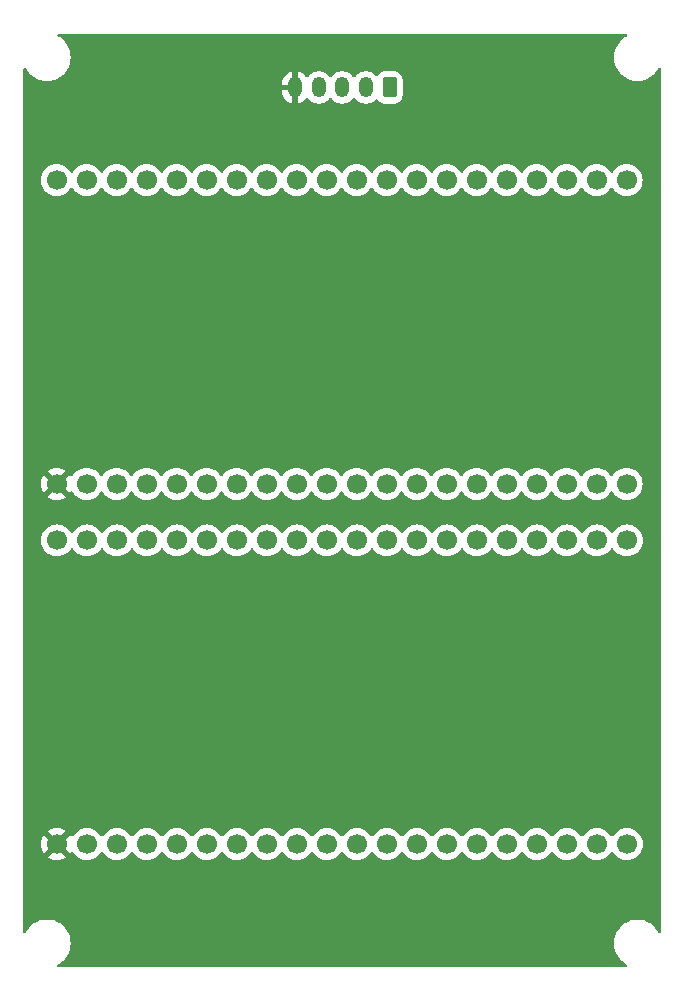
<source format=gbr>
%TF.GenerationSoftware,KiCad,Pcbnew,8.0.5*%
%TF.CreationDate,2025-03-06T00:50:30-05:00*%
%TF.ProjectId,CanSat_Camera_Board,43616e53-6174-45f4-9361-6d6572615f42,rev?*%
%TF.SameCoordinates,Original*%
%TF.FileFunction,Copper,L2,Bot*%
%TF.FilePolarity,Positive*%
%FSLAX46Y46*%
G04 Gerber Fmt 4.6, Leading zero omitted, Abs format (unit mm)*
G04 Created by KiCad (PCBNEW 8.0.5) date 2025-03-06 00:50:30*
%MOMM*%
%LPD*%
G01*
G04 APERTURE LIST*
G04 Aperture macros list*
%AMRoundRect*
0 Rectangle with rounded corners*
0 $1 Rounding radius*
0 $2 $3 $4 $5 $6 $7 $8 $9 X,Y pos of 4 corners*
0 Add a 4 corners polygon primitive as box body*
4,1,4,$2,$3,$4,$5,$6,$7,$8,$9,$2,$3,0*
0 Add four circle primitives for the rounded corners*
1,1,$1+$1,$2,$3*
1,1,$1+$1,$4,$5*
1,1,$1+$1,$6,$7*
1,1,$1+$1,$8,$9*
0 Add four rect primitives between the rounded corners*
20,1,$1+$1,$2,$3,$4,$5,0*
20,1,$1+$1,$4,$5,$6,$7,0*
20,1,$1+$1,$6,$7,$8,$9,0*
20,1,$1+$1,$8,$9,$2,$3,0*%
G04 Aperture macros list end*
%TA.AperFunction,ComponentPad*%
%ADD10C,1.700000*%
%TD*%
%TA.AperFunction,ComponentPad*%
%ADD11RoundRect,0.250000X0.350000X0.625000X-0.350000X0.625000X-0.350000X-0.625000X0.350000X-0.625000X0*%
%TD*%
%TA.AperFunction,ComponentPad*%
%ADD12O,1.200000X1.750000*%
%TD*%
G04 APERTURE END LIST*
D10*
%TO.P,Camera2,J2-1,3V3*%
%TO.N,unconnected-(Camera2-3V3-PadJ2-1)*%
X174100000Y-103400000D03*
%TO.P,Camera2,J2-2,RST/EN*%
%TO.N,unconnected-(Camera2-RST{slash}EN-PadJ2-2)*%
X171560000Y-103400000D03*
%TO.P,Camera2,J2-3,GPIO4*%
%TO.N,unconnected-(Camera2-GPIO4-PadJ2-3)*%
X169020000Y-103400000D03*
%TO.P,Camera2,J2-4,GPIO5*%
%TO.N,CAM2*%
X166480000Y-103400000D03*
%TO.P,Camera2,J2-5,GPIO6*%
%TO.N,unconnected-(Camera2-GPIO6-PadJ2-5)*%
X163940000Y-103400000D03*
%TO.P,Camera2,J2-6,GPIO7*%
%TO.N,unconnected-(Camera2-GPIO7-PadJ2-6)*%
X161400000Y-103400000D03*
%TO.P,Camera2,J2-7,GPIO15*%
%TO.N,unconnected-(Camera2-GPIO15-PadJ2-7)*%
X158860000Y-103400000D03*
%TO.P,Camera2,J2-8,GPIO16*%
%TO.N,unconnected-(Camera2-GPIO16-PadJ2-8)*%
X156320000Y-103400000D03*
%TO.P,Camera2,J2-9,GPIO17/TXD1*%
%TO.N,unconnected-(Camera2-GPIO17{slash}TXD1-PadJ2-9)*%
X153780000Y-103400000D03*
%TO.P,Camera2,J2-10,GPIO18/RXD1*%
%TO.N,unconnected-(Camera2-GPIO18{slash}RXD1-PadJ2-10)*%
X151240000Y-103400000D03*
%TO.P,Camera2,J2-11,GPIO8*%
%TO.N,unconnected-(Camera2-GPIO8-PadJ2-11)*%
X148700000Y-103400000D03*
%TO.P,Camera2,J2-12,GPIO3*%
%TO.N,unconnected-(Camera2-GPIO3-PadJ2-12)*%
X146160000Y-103400000D03*
%TO.P,Camera2,J2-13,GPIO46*%
%TO.N,unconnected-(Camera2-GPIO46-PadJ2-13)*%
X143620000Y-103400000D03*
%TO.P,Camera2,J2-14,GPIO9*%
%TO.N,unconnected-(Camera2-GPIO9-PadJ2-14)*%
X141080000Y-103400000D03*
%TO.P,Camera2,J2-15,GPIO10*%
%TO.N,unconnected-(Camera2-GPIO10-PadJ2-15)*%
X138540000Y-103400000D03*
%TO.P,Camera2,J2-16,GPIO11*%
%TO.N,unconnected-(Camera2-GPIO11-PadJ2-16)*%
X136000000Y-103400000D03*
%TO.P,Camera2,J2-17,GPIO12*%
%TO.N,SIG1*%
X133460000Y-103400000D03*
%TO.P,Camera2,J2-18,GPIO13*%
%TO.N,unconnected-(Camera2-GPIO13-PadJ2-18)*%
X130920000Y-103400000D03*
%TO.P,Camera2,J2-19,GPIO14*%
%TO.N,unconnected-(Camera2-GPIO14-PadJ2-19)*%
X128380000Y-103400000D03*
%TO.P,Camera2,J2-20,5V*%
%TO.N,VCC*%
X125840000Y-103400000D03*
%TO.P,Camera2,J3-1,GPIO43/TXD0*%
%TO.N,unconnected-(Camera2-GPIO43{slash}TXD0-PadJ3-1)*%
X174100000Y-129100000D03*
%TO.P,Camera2,J3-2,GPIO44/RXD0*%
%TO.N,unconnected-(Camera2-GPIO44{slash}RXD0-PadJ3-2)*%
X171560000Y-129100000D03*
%TO.P,Camera2,J3-3,GPIO1*%
%TO.N,unconnected-(Camera2-GPIO1-PadJ3-3)*%
X169020000Y-129100000D03*
%TO.P,Camera2,J3-4,GPIO2*%
%TO.N,unconnected-(Camera2-GPIO2-PadJ3-4)*%
X166480000Y-129100000D03*
%TO.P,Camera2,J3-5,GPIO42*%
%TO.N,unconnected-(Camera2-GPIO42-PadJ3-5)*%
X163940000Y-129100000D03*
%TO.P,Camera2,J3-6,GPIO41*%
%TO.N,unconnected-(Camera2-GPIO41-PadJ3-6)*%
X161400000Y-129100000D03*
%TO.P,Camera2,J3-7,GPIO40*%
%TO.N,unconnected-(Camera2-GPIO40-PadJ3-7)*%
X158860000Y-129100000D03*
%TO.P,Camera2,J3-8,GPIO39*%
%TO.N,unconnected-(Camera2-GPIO39-PadJ3-8)*%
X156320000Y-129100000D03*
%TO.P,Camera2,J3-9,GPIO38*%
%TO.N,unconnected-(Camera2-GPIO38-PadJ3-9)*%
X153780000Y-129100000D03*
%TO.P,Camera2,J3-10,GPIO37*%
%TO.N,unconnected-(Camera2-GPIO37-PadJ3-10)*%
X151240000Y-129100000D03*
%TO.P,Camera2,J3-11,GPIO36*%
%TO.N,unconnected-(Camera2-GPIO36-PadJ3-11)*%
X148700000Y-129100000D03*
%TO.P,Camera2,J3-12,GPIO35*%
%TO.N,unconnected-(Camera2-GPIO35-PadJ3-12)*%
X146160000Y-129100000D03*
%TO.P,Camera2,J3-13,GPIO0*%
%TO.N,unconnected-(Camera2-GPIO0-PadJ3-13)*%
X143620000Y-129100000D03*
%TO.P,Camera2,J3-14,GPIO45*%
%TO.N,unconnected-(Camera2-GPIO45-PadJ3-14)*%
X141080000Y-129100000D03*
%TO.P,Camera2,J3-15,GPIO48*%
%TO.N,unconnected-(Camera2-GPIO48-PadJ3-15)*%
X138540000Y-129100000D03*
%TO.P,Camera2,J3-16,GPIO47*%
%TO.N,unconnected-(Camera2-GPIO47-PadJ3-16)*%
X136000000Y-129100000D03*
%TO.P,Camera2,J3-17,GPIO21*%
%TO.N,unconnected-(Camera2-GPIO21-PadJ3-17)*%
X133460000Y-129100000D03*
%TO.P,Camera2,J3-18,GPIO20*%
%TO.N,unconnected-(Camera2-GPIO20-PadJ3-18)*%
X130920000Y-129100000D03*
%TO.P,Camera2,J3-19,GPIO19*%
%TO.N,unconnected-(Camera2-GPIO19-PadJ3-19)*%
X128380000Y-129100000D03*
%TO.P,Camera2,J3-20,GND*%
%TO.N,GND*%
X125840000Y-129100000D03*
%TD*%
%TO.P,Camera1,J2-1,3V3*%
%TO.N,unconnected-(Camera1-3V3-PadJ2-1)*%
X174080000Y-72900000D03*
%TO.P,Camera1,J2-2,RST/EN*%
%TO.N,unconnected-(Camera1-RST{slash}EN-PadJ2-2)*%
X171540000Y-72900000D03*
%TO.P,Camera1,J2-3,GPIO4*%
%TO.N,unconnected-(Camera1-GPIO4-PadJ2-3)*%
X169000000Y-72900000D03*
%TO.P,Camera1,J2-4,GPIO5*%
%TO.N,CAM1*%
X166460000Y-72900000D03*
%TO.P,Camera1,J2-5,GPIO6*%
%TO.N,unconnected-(Camera1-GPIO6-PadJ2-5)*%
X163920000Y-72900000D03*
%TO.P,Camera1,J2-6,GPIO7*%
%TO.N,unconnected-(Camera1-GPIO7-PadJ2-6)*%
X161380000Y-72900000D03*
%TO.P,Camera1,J2-7,GPIO15*%
%TO.N,unconnected-(Camera1-GPIO15-PadJ2-7)*%
X158840000Y-72900000D03*
%TO.P,Camera1,J2-8,GPIO16*%
%TO.N,unconnected-(Camera1-GPIO16-PadJ2-8)*%
X156300000Y-72900000D03*
%TO.P,Camera1,J2-9,GPIO17/TXD1*%
%TO.N,unconnected-(Camera1-GPIO17{slash}TXD1-PadJ2-9)*%
X153760000Y-72900000D03*
%TO.P,Camera1,J2-10,GPIO18/RXD1*%
%TO.N,unconnected-(Camera1-GPIO18{slash}RXD1-PadJ2-10)*%
X151220000Y-72900000D03*
%TO.P,Camera1,J2-11,GPIO8*%
%TO.N,unconnected-(Camera1-GPIO8-PadJ2-11)*%
X148680000Y-72900000D03*
%TO.P,Camera1,J2-12,GPIO3*%
%TO.N,unconnected-(Camera1-GPIO3-PadJ2-12)*%
X146140000Y-72900000D03*
%TO.P,Camera1,J2-13,GPIO46*%
%TO.N,unconnected-(Camera1-GPIO46-PadJ2-13)*%
X143600000Y-72900000D03*
%TO.P,Camera1,J2-14,GPIO9*%
%TO.N,unconnected-(Camera1-GPIO9-PadJ2-14)*%
X141060000Y-72900000D03*
%TO.P,Camera1,J2-15,GPIO10*%
%TO.N,unconnected-(Camera1-GPIO10-PadJ2-15)*%
X138520000Y-72900000D03*
%TO.P,Camera1,J2-16,GPIO11*%
%TO.N,unconnected-(Camera1-GPIO11-PadJ2-16)*%
X135980000Y-72900000D03*
%TO.P,Camera1,J2-17,GPIO12*%
%TO.N,SIG1*%
X133440000Y-72900000D03*
%TO.P,Camera1,J2-18,GPIO13*%
%TO.N,unconnected-(Camera1-GPIO13-PadJ2-18)*%
X130900000Y-72900000D03*
%TO.P,Camera1,J2-19,GPIO14*%
%TO.N,unconnected-(Camera1-GPIO14-PadJ2-19)*%
X128360000Y-72900000D03*
%TO.P,Camera1,J2-20,5V*%
%TO.N,VCC*%
X125820000Y-72900000D03*
%TO.P,Camera1,J3-1,GPIO43/TXD0*%
%TO.N,unconnected-(Camera1-GPIO43{slash}TXD0-PadJ3-1)*%
X174080000Y-98600000D03*
%TO.P,Camera1,J3-2,GPIO44/RXD0*%
%TO.N,unconnected-(Camera1-GPIO44{slash}RXD0-PadJ3-2)*%
X171540000Y-98600000D03*
%TO.P,Camera1,J3-3,GPIO1*%
%TO.N,unconnected-(Camera1-GPIO1-PadJ3-3)*%
X169000000Y-98600000D03*
%TO.P,Camera1,J3-4,GPIO2*%
%TO.N,unconnected-(Camera1-GPIO2-PadJ3-4)*%
X166460000Y-98600000D03*
%TO.P,Camera1,J3-5,GPIO42*%
%TO.N,unconnected-(Camera1-GPIO42-PadJ3-5)*%
X163920000Y-98600000D03*
%TO.P,Camera1,J3-6,GPIO41*%
%TO.N,unconnected-(Camera1-GPIO41-PadJ3-6)*%
X161380000Y-98600000D03*
%TO.P,Camera1,J3-7,GPIO40*%
%TO.N,unconnected-(Camera1-GPIO40-PadJ3-7)*%
X158840000Y-98600000D03*
%TO.P,Camera1,J3-8,GPIO39*%
%TO.N,unconnected-(Camera1-GPIO39-PadJ3-8)*%
X156300000Y-98600000D03*
%TO.P,Camera1,J3-9,GPIO38*%
%TO.N,unconnected-(Camera1-GPIO38-PadJ3-9)*%
X153760000Y-98600000D03*
%TO.P,Camera1,J3-10,GPIO37*%
%TO.N,unconnected-(Camera1-GPIO37-PadJ3-10)*%
X151220000Y-98600000D03*
%TO.P,Camera1,J3-11,GPIO36*%
%TO.N,unconnected-(Camera1-GPIO36-PadJ3-11)*%
X148680000Y-98600000D03*
%TO.P,Camera1,J3-12,GPIO35*%
%TO.N,unconnected-(Camera1-GPIO35-PadJ3-12)*%
X146140000Y-98600000D03*
%TO.P,Camera1,J3-13,GPIO0*%
%TO.N,unconnected-(Camera1-GPIO0-PadJ3-13)*%
X143600000Y-98600000D03*
%TO.P,Camera1,J3-14,GPIO45*%
%TO.N,unconnected-(Camera1-GPIO45-PadJ3-14)*%
X141060000Y-98600000D03*
%TO.P,Camera1,J3-15,GPIO48*%
%TO.N,unconnected-(Camera1-GPIO48-PadJ3-15)*%
X138520000Y-98600000D03*
%TO.P,Camera1,J3-16,GPIO47*%
%TO.N,unconnected-(Camera1-GPIO47-PadJ3-16)*%
X135980000Y-98600000D03*
%TO.P,Camera1,J3-17,GPIO21*%
%TO.N,unconnected-(Camera1-GPIO21-PadJ3-17)*%
X133440000Y-98600000D03*
%TO.P,Camera1,J3-18,GPIO20*%
%TO.N,unconnected-(Camera1-GPIO20-PadJ3-18)*%
X130900000Y-98600000D03*
%TO.P,Camera1,J3-19,GPIO19*%
%TO.N,unconnected-(Camera1-GPIO19-PadJ3-19)*%
X128360000Y-98600000D03*
%TO.P,Camera1,J3-20,GND*%
%TO.N,GND*%
X125820000Y-98600000D03*
%TD*%
D11*
%TO.P,Sensor_Board_Connector1,1,Pin_1*%
%TO.N,VCC*%
X154000000Y-65050000D03*
D12*
%TO.P,Sensor_Board_Connector1,2,Pin_2*%
%TO.N,CAM1*%
X152000000Y-65050000D03*
%TO.P,Sensor_Board_Connector1,3,Pin_3*%
%TO.N,CAM2*%
X150000000Y-65050000D03*
%TO.P,Sensor_Board_Connector1,4,Pin_4*%
%TO.N,SIG1*%
X148000000Y-65050000D03*
%TO.P,Sensor_Board_Connector1,5,Pin_5*%
%TO.N,GND*%
X146000000Y-65050000D03*
%TD*%
%TA.AperFunction,Conductor*%
%TO.N,GND*%
G36*
X174068783Y-60520185D02*
G01*
X174114538Y-60572989D01*
X174124482Y-60642147D01*
X174095457Y-60705703D01*
X174061171Y-60733332D01*
X173915690Y-60812770D01*
X173915682Y-60812775D01*
X173686612Y-60984254D01*
X173686594Y-60984270D01*
X173484270Y-61186594D01*
X173484254Y-61186612D01*
X173312775Y-61415682D01*
X173312770Y-61415690D01*
X173175635Y-61666833D01*
X173075628Y-61934962D01*
X173014804Y-62214566D01*
X172994390Y-62499998D01*
X172994390Y-62500001D01*
X173014804Y-62785433D01*
X173075628Y-63065037D01*
X173175635Y-63333166D01*
X173312770Y-63584309D01*
X173312775Y-63584317D01*
X173484254Y-63813387D01*
X173484270Y-63813405D01*
X173686594Y-64015729D01*
X173686612Y-64015745D01*
X173915682Y-64187224D01*
X173915690Y-64187229D01*
X174166833Y-64324364D01*
X174166832Y-64324364D01*
X174166836Y-64324365D01*
X174166839Y-64324367D01*
X174434954Y-64424369D01*
X174434960Y-64424370D01*
X174434962Y-64424371D01*
X174714566Y-64485195D01*
X174714568Y-64485195D01*
X174714572Y-64485196D01*
X174968220Y-64503337D01*
X174999999Y-64505610D01*
X175000000Y-64505610D01*
X175000001Y-64505610D01*
X175028595Y-64503564D01*
X175285428Y-64485196D01*
X175565046Y-64424369D01*
X175833161Y-64324367D01*
X176084315Y-64187226D01*
X176313395Y-64015739D01*
X176515739Y-63813395D01*
X176687226Y-63584315D01*
X176734218Y-63498256D01*
X176766668Y-63438829D01*
X176816073Y-63389424D01*
X176884346Y-63374572D01*
X176949811Y-63398989D01*
X176991682Y-63454923D01*
X176999500Y-63498256D01*
X176999500Y-136501743D01*
X176979815Y-136568782D01*
X176927011Y-136614537D01*
X176857853Y-136624481D01*
X176794297Y-136595456D01*
X176766668Y-136561170D01*
X176687229Y-136415690D01*
X176687224Y-136415682D01*
X176515745Y-136186612D01*
X176515729Y-136186594D01*
X176313405Y-135984270D01*
X176313387Y-135984254D01*
X176084317Y-135812775D01*
X176084309Y-135812770D01*
X175833166Y-135675635D01*
X175833167Y-135675635D01*
X175725915Y-135635632D01*
X175565046Y-135575631D01*
X175565043Y-135575630D01*
X175565037Y-135575628D01*
X175285433Y-135514804D01*
X175000001Y-135494390D01*
X174999999Y-135494390D01*
X174714566Y-135514804D01*
X174434962Y-135575628D01*
X174166833Y-135675635D01*
X173915690Y-135812770D01*
X173915682Y-135812775D01*
X173686612Y-135984254D01*
X173686594Y-135984270D01*
X173484270Y-136186594D01*
X173484254Y-136186612D01*
X173312775Y-136415682D01*
X173312770Y-136415690D01*
X173175635Y-136666833D01*
X173075628Y-136934962D01*
X173014804Y-137214566D01*
X172994390Y-137499998D01*
X172994390Y-137500001D01*
X173014804Y-137785433D01*
X173075628Y-138065037D01*
X173175635Y-138333166D01*
X173312770Y-138584309D01*
X173312775Y-138584317D01*
X173484254Y-138813387D01*
X173484270Y-138813405D01*
X173686594Y-139015729D01*
X173686612Y-139015745D01*
X173915682Y-139187224D01*
X173915690Y-139187229D01*
X174061171Y-139266668D01*
X174110576Y-139316073D01*
X174125428Y-139384346D01*
X174101011Y-139449811D01*
X174045077Y-139491682D01*
X174001744Y-139499500D01*
X125998256Y-139499500D01*
X125931217Y-139479815D01*
X125885462Y-139427011D01*
X125875518Y-139357853D01*
X125904543Y-139294297D01*
X125938829Y-139266668D01*
X126016982Y-139223992D01*
X126084315Y-139187226D01*
X126313395Y-139015739D01*
X126515739Y-138813395D01*
X126687226Y-138584315D01*
X126824367Y-138333161D01*
X126924369Y-138065046D01*
X126985196Y-137785428D01*
X127005610Y-137500000D01*
X126985196Y-137214572D01*
X126924369Y-136934954D01*
X126824367Y-136666839D01*
X126801754Y-136625427D01*
X126687229Y-136415690D01*
X126687224Y-136415682D01*
X126515745Y-136186612D01*
X126515729Y-136186594D01*
X126313405Y-135984270D01*
X126313387Y-135984254D01*
X126084317Y-135812775D01*
X126084309Y-135812770D01*
X125833166Y-135675635D01*
X125833167Y-135675635D01*
X125725915Y-135635632D01*
X125565046Y-135575631D01*
X125565043Y-135575630D01*
X125565037Y-135575628D01*
X125285433Y-135514804D01*
X125000001Y-135494390D01*
X124999999Y-135494390D01*
X124714566Y-135514804D01*
X124434962Y-135575628D01*
X124166833Y-135675635D01*
X123915690Y-135812770D01*
X123915682Y-135812775D01*
X123686612Y-135984254D01*
X123686594Y-135984270D01*
X123484270Y-136186594D01*
X123484254Y-136186612D01*
X123312775Y-136415682D01*
X123312770Y-136415690D01*
X123233332Y-136561170D01*
X123183926Y-136610575D01*
X123115653Y-136625427D01*
X123050189Y-136601010D01*
X123008318Y-136545076D01*
X123000500Y-136501743D01*
X123000500Y-129099998D01*
X124484843Y-129099998D01*
X124484843Y-129100001D01*
X124505430Y-129335315D01*
X124505432Y-129335326D01*
X124566566Y-129563483D01*
X124566570Y-129563492D01*
X124666400Y-129777579D01*
X124666402Y-129777583D01*
X124725072Y-129861373D01*
X124725073Y-129861373D01*
X125357037Y-129229409D01*
X125374075Y-129292993D01*
X125439901Y-129407007D01*
X125532993Y-129500099D01*
X125647007Y-129565925D01*
X125710590Y-129582962D01*
X125078625Y-130214925D01*
X125162421Y-130273599D01*
X125376507Y-130373429D01*
X125376516Y-130373433D01*
X125604673Y-130434567D01*
X125604684Y-130434569D01*
X125839998Y-130455157D01*
X125840002Y-130455157D01*
X126075315Y-130434569D01*
X126075326Y-130434567D01*
X126303483Y-130373433D01*
X126303492Y-130373429D01*
X126517578Y-130273600D01*
X126517582Y-130273598D01*
X126601373Y-130214926D01*
X126601373Y-130214925D01*
X125969409Y-129582962D01*
X126032993Y-129565925D01*
X126147007Y-129500099D01*
X126240099Y-129407007D01*
X126305925Y-129292993D01*
X126322962Y-129229410D01*
X126954925Y-129861373D01*
X127008119Y-129785405D01*
X127062696Y-129741781D01*
X127132195Y-129734588D01*
X127194549Y-129766110D01*
X127211269Y-129785405D01*
X127341505Y-129971401D01*
X127508599Y-130138495D01*
X127605384Y-130206265D01*
X127702165Y-130274032D01*
X127702167Y-130274033D01*
X127702170Y-130274035D01*
X127916337Y-130373903D01*
X128144592Y-130435063D01*
X128332918Y-130451539D01*
X128379999Y-130455659D01*
X128380000Y-130455659D01*
X128380001Y-130455659D01*
X128419234Y-130452226D01*
X128615408Y-130435063D01*
X128843663Y-130373903D01*
X129057830Y-130274035D01*
X129251401Y-130138495D01*
X129418495Y-129971401D01*
X129548425Y-129785842D01*
X129603002Y-129742217D01*
X129672500Y-129735023D01*
X129734855Y-129766546D01*
X129751575Y-129785842D01*
X129881500Y-129971395D01*
X129881505Y-129971401D01*
X130048599Y-130138495D01*
X130145384Y-130206265D01*
X130242165Y-130274032D01*
X130242167Y-130274033D01*
X130242170Y-130274035D01*
X130456337Y-130373903D01*
X130684592Y-130435063D01*
X130872918Y-130451539D01*
X130919999Y-130455659D01*
X130920000Y-130455659D01*
X130920001Y-130455659D01*
X130959234Y-130452226D01*
X131155408Y-130435063D01*
X131383663Y-130373903D01*
X131597830Y-130274035D01*
X131791401Y-130138495D01*
X131958495Y-129971401D01*
X132088425Y-129785842D01*
X132143002Y-129742217D01*
X132212500Y-129735023D01*
X132274855Y-129766546D01*
X132291575Y-129785842D01*
X132421500Y-129971395D01*
X132421505Y-129971401D01*
X132588599Y-130138495D01*
X132685384Y-130206265D01*
X132782165Y-130274032D01*
X132782167Y-130274033D01*
X132782170Y-130274035D01*
X132996337Y-130373903D01*
X133224592Y-130435063D01*
X133412918Y-130451539D01*
X133459999Y-130455659D01*
X133460000Y-130455659D01*
X133460001Y-130455659D01*
X133499234Y-130452226D01*
X133695408Y-130435063D01*
X133923663Y-130373903D01*
X134137830Y-130274035D01*
X134331401Y-130138495D01*
X134498495Y-129971401D01*
X134628425Y-129785842D01*
X134683002Y-129742217D01*
X134752500Y-129735023D01*
X134814855Y-129766546D01*
X134831575Y-129785842D01*
X134961500Y-129971395D01*
X134961505Y-129971401D01*
X135128599Y-130138495D01*
X135225384Y-130206265D01*
X135322165Y-130274032D01*
X135322167Y-130274033D01*
X135322170Y-130274035D01*
X135536337Y-130373903D01*
X135764592Y-130435063D01*
X135952918Y-130451539D01*
X135999999Y-130455659D01*
X136000000Y-130455659D01*
X136000001Y-130455659D01*
X136039234Y-130452226D01*
X136235408Y-130435063D01*
X136463663Y-130373903D01*
X136677830Y-130274035D01*
X136871401Y-130138495D01*
X137038495Y-129971401D01*
X137168425Y-129785842D01*
X137223002Y-129742217D01*
X137292500Y-129735023D01*
X137354855Y-129766546D01*
X137371575Y-129785842D01*
X137501500Y-129971395D01*
X137501505Y-129971401D01*
X137668599Y-130138495D01*
X137765384Y-130206265D01*
X137862165Y-130274032D01*
X137862167Y-130274033D01*
X137862170Y-130274035D01*
X138076337Y-130373903D01*
X138304592Y-130435063D01*
X138492918Y-130451539D01*
X138539999Y-130455659D01*
X138540000Y-130455659D01*
X138540001Y-130455659D01*
X138579234Y-130452226D01*
X138775408Y-130435063D01*
X139003663Y-130373903D01*
X139217830Y-130274035D01*
X139411401Y-130138495D01*
X139578495Y-129971401D01*
X139708425Y-129785842D01*
X139763002Y-129742217D01*
X139832500Y-129735023D01*
X139894855Y-129766546D01*
X139911575Y-129785842D01*
X140041500Y-129971395D01*
X140041505Y-129971401D01*
X140208599Y-130138495D01*
X140305384Y-130206265D01*
X140402165Y-130274032D01*
X140402167Y-130274033D01*
X140402170Y-130274035D01*
X140616337Y-130373903D01*
X140844592Y-130435063D01*
X141032918Y-130451539D01*
X141079999Y-130455659D01*
X141080000Y-130455659D01*
X141080001Y-130455659D01*
X141119234Y-130452226D01*
X141315408Y-130435063D01*
X141543663Y-130373903D01*
X141757830Y-130274035D01*
X141951401Y-130138495D01*
X142118495Y-129971401D01*
X142248425Y-129785842D01*
X142303002Y-129742217D01*
X142372500Y-129735023D01*
X142434855Y-129766546D01*
X142451575Y-129785842D01*
X142581500Y-129971395D01*
X142581505Y-129971401D01*
X142748599Y-130138495D01*
X142845384Y-130206265D01*
X142942165Y-130274032D01*
X142942167Y-130274033D01*
X142942170Y-130274035D01*
X143156337Y-130373903D01*
X143384592Y-130435063D01*
X143572918Y-130451539D01*
X143619999Y-130455659D01*
X143620000Y-130455659D01*
X143620001Y-130455659D01*
X143659234Y-130452226D01*
X143855408Y-130435063D01*
X144083663Y-130373903D01*
X144297830Y-130274035D01*
X144491401Y-130138495D01*
X144658495Y-129971401D01*
X144788425Y-129785842D01*
X144843002Y-129742217D01*
X144912500Y-129735023D01*
X144974855Y-129766546D01*
X144991575Y-129785842D01*
X145121500Y-129971395D01*
X145121505Y-129971401D01*
X145288599Y-130138495D01*
X145385384Y-130206265D01*
X145482165Y-130274032D01*
X145482167Y-130274033D01*
X145482170Y-130274035D01*
X145696337Y-130373903D01*
X145924592Y-130435063D01*
X146112918Y-130451539D01*
X146159999Y-130455659D01*
X146160000Y-130455659D01*
X146160001Y-130455659D01*
X146199234Y-130452226D01*
X146395408Y-130435063D01*
X146623663Y-130373903D01*
X146837830Y-130274035D01*
X147031401Y-130138495D01*
X147198495Y-129971401D01*
X147328425Y-129785842D01*
X147383002Y-129742217D01*
X147452500Y-129735023D01*
X147514855Y-129766546D01*
X147531575Y-129785842D01*
X147661500Y-129971395D01*
X147661505Y-129971401D01*
X147828599Y-130138495D01*
X147925384Y-130206265D01*
X148022165Y-130274032D01*
X148022167Y-130274033D01*
X148022170Y-130274035D01*
X148236337Y-130373903D01*
X148464592Y-130435063D01*
X148652918Y-130451539D01*
X148699999Y-130455659D01*
X148700000Y-130455659D01*
X148700001Y-130455659D01*
X148739234Y-130452226D01*
X148935408Y-130435063D01*
X149163663Y-130373903D01*
X149377830Y-130274035D01*
X149571401Y-130138495D01*
X149738495Y-129971401D01*
X149868425Y-129785842D01*
X149923002Y-129742217D01*
X149992500Y-129735023D01*
X150054855Y-129766546D01*
X150071575Y-129785842D01*
X150201500Y-129971395D01*
X150201505Y-129971401D01*
X150368599Y-130138495D01*
X150465384Y-130206265D01*
X150562165Y-130274032D01*
X150562167Y-130274033D01*
X150562170Y-130274035D01*
X150776337Y-130373903D01*
X151004592Y-130435063D01*
X151192918Y-130451539D01*
X151239999Y-130455659D01*
X151240000Y-130455659D01*
X151240001Y-130455659D01*
X151279234Y-130452226D01*
X151475408Y-130435063D01*
X151703663Y-130373903D01*
X151917830Y-130274035D01*
X152111401Y-130138495D01*
X152278495Y-129971401D01*
X152408425Y-129785842D01*
X152463002Y-129742217D01*
X152532500Y-129735023D01*
X152594855Y-129766546D01*
X152611575Y-129785842D01*
X152741500Y-129971395D01*
X152741505Y-129971401D01*
X152908599Y-130138495D01*
X153005384Y-130206265D01*
X153102165Y-130274032D01*
X153102167Y-130274033D01*
X153102170Y-130274035D01*
X153316337Y-130373903D01*
X153544592Y-130435063D01*
X153732918Y-130451539D01*
X153779999Y-130455659D01*
X153780000Y-130455659D01*
X153780001Y-130455659D01*
X153819234Y-130452226D01*
X154015408Y-130435063D01*
X154243663Y-130373903D01*
X154457830Y-130274035D01*
X154651401Y-130138495D01*
X154818495Y-129971401D01*
X154948425Y-129785842D01*
X155003002Y-129742217D01*
X155072500Y-129735023D01*
X155134855Y-129766546D01*
X155151575Y-129785842D01*
X155281500Y-129971395D01*
X155281505Y-129971401D01*
X155448599Y-130138495D01*
X155545384Y-130206265D01*
X155642165Y-130274032D01*
X155642167Y-130274033D01*
X155642170Y-130274035D01*
X155856337Y-130373903D01*
X156084592Y-130435063D01*
X156272918Y-130451539D01*
X156319999Y-130455659D01*
X156320000Y-130455659D01*
X156320001Y-130455659D01*
X156359234Y-130452226D01*
X156555408Y-130435063D01*
X156783663Y-130373903D01*
X156997830Y-130274035D01*
X157191401Y-130138495D01*
X157358495Y-129971401D01*
X157488425Y-129785842D01*
X157543002Y-129742217D01*
X157612500Y-129735023D01*
X157674855Y-129766546D01*
X157691575Y-129785842D01*
X157821500Y-129971395D01*
X157821505Y-129971401D01*
X157988599Y-130138495D01*
X158085384Y-130206265D01*
X158182165Y-130274032D01*
X158182167Y-130274033D01*
X158182170Y-130274035D01*
X158396337Y-130373903D01*
X158624592Y-130435063D01*
X158812918Y-130451539D01*
X158859999Y-130455659D01*
X158860000Y-130455659D01*
X158860001Y-130455659D01*
X158899234Y-130452226D01*
X159095408Y-130435063D01*
X159323663Y-130373903D01*
X159537830Y-130274035D01*
X159731401Y-130138495D01*
X159898495Y-129971401D01*
X160028425Y-129785842D01*
X160083002Y-129742217D01*
X160152500Y-129735023D01*
X160214855Y-129766546D01*
X160231575Y-129785842D01*
X160361500Y-129971395D01*
X160361505Y-129971401D01*
X160528599Y-130138495D01*
X160625384Y-130206265D01*
X160722165Y-130274032D01*
X160722167Y-130274033D01*
X160722170Y-130274035D01*
X160936337Y-130373903D01*
X161164592Y-130435063D01*
X161352918Y-130451539D01*
X161399999Y-130455659D01*
X161400000Y-130455659D01*
X161400001Y-130455659D01*
X161439234Y-130452226D01*
X161635408Y-130435063D01*
X161863663Y-130373903D01*
X162077830Y-130274035D01*
X162271401Y-130138495D01*
X162438495Y-129971401D01*
X162568425Y-129785842D01*
X162623002Y-129742217D01*
X162692500Y-129735023D01*
X162754855Y-129766546D01*
X162771575Y-129785842D01*
X162901500Y-129971395D01*
X162901505Y-129971401D01*
X163068599Y-130138495D01*
X163165384Y-130206265D01*
X163262165Y-130274032D01*
X163262167Y-130274033D01*
X163262170Y-130274035D01*
X163476337Y-130373903D01*
X163704592Y-130435063D01*
X163892918Y-130451539D01*
X163939999Y-130455659D01*
X163940000Y-130455659D01*
X163940001Y-130455659D01*
X163979234Y-130452226D01*
X164175408Y-130435063D01*
X164403663Y-130373903D01*
X164617830Y-130274035D01*
X164811401Y-130138495D01*
X164978495Y-129971401D01*
X165108425Y-129785842D01*
X165163002Y-129742217D01*
X165232500Y-129735023D01*
X165294855Y-129766546D01*
X165311575Y-129785842D01*
X165441500Y-129971395D01*
X165441505Y-129971401D01*
X165608599Y-130138495D01*
X165705384Y-130206265D01*
X165802165Y-130274032D01*
X165802167Y-130274033D01*
X165802170Y-130274035D01*
X166016337Y-130373903D01*
X166244592Y-130435063D01*
X166432918Y-130451539D01*
X166479999Y-130455659D01*
X166480000Y-130455659D01*
X166480001Y-130455659D01*
X166519234Y-130452226D01*
X166715408Y-130435063D01*
X166943663Y-130373903D01*
X167157830Y-130274035D01*
X167351401Y-130138495D01*
X167518495Y-129971401D01*
X167648425Y-129785842D01*
X167703002Y-129742217D01*
X167772500Y-129735023D01*
X167834855Y-129766546D01*
X167851575Y-129785842D01*
X167981500Y-129971395D01*
X167981505Y-129971401D01*
X168148599Y-130138495D01*
X168245384Y-130206265D01*
X168342165Y-130274032D01*
X168342167Y-130274033D01*
X168342170Y-130274035D01*
X168556337Y-130373903D01*
X168784592Y-130435063D01*
X168972918Y-130451539D01*
X169019999Y-130455659D01*
X169020000Y-130455659D01*
X169020001Y-130455659D01*
X169059234Y-130452226D01*
X169255408Y-130435063D01*
X169483663Y-130373903D01*
X169697830Y-130274035D01*
X169891401Y-130138495D01*
X170058495Y-129971401D01*
X170188425Y-129785842D01*
X170243002Y-129742217D01*
X170312500Y-129735023D01*
X170374855Y-129766546D01*
X170391575Y-129785842D01*
X170521500Y-129971395D01*
X170521505Y-129971401D01*
X170688599Y-130138495D01*
X170785384Y-130206265D01*
X170882165Y-130274032D01*
X170882167Y-130274033D01*
X170882170Y-130274035D01*
X171096337Y-130373903D01*
X171324592Y-130435063D01*
X171512918Y-130451539D01*
X171559999Y-130455659D01*
X171560000Y-130455659D01*
X171560001Y-130455659D01*
X171599234Y-130452226D01*
X171795408Y-130435063D01*
X172023663Y-130373903D01*
X172237830Y-130274035D01*
X172431401Y-130138495D01*
X172598495Y-129971401D01*
X172728425Y-129785842D01*
X172783002Y-129742217D01*
X172852500Y-129735023D01*
X172914855Y-129766546D01*
X172931575Y-129785842D01*
X173061500Y-129971395D01*
X173061505Y-129971401D01*
X173228599Y-130138495D01*
X173325384Y-130206265D01*
X173422165Y-130274032D01*
X173422167Y-130274033D01*
X173422170Y-130274035D01*
X173636337Y-130373903D01*
X173864592Y-130435063D01*
X174052918Y-130451539D01*
X174099999Y-130455659D01*
X174100000Y-130455659D01*
X174100001Y-130455659D01*
X174139234Y-130452226D01*
X174335408Y-130435063D01*
X174563663Y-130373903D01*
X174777830Y-130274035D01*
X174971401Y-130138495D01*
X175138495Y-129971401D01*
X175274035Y-129777830D01*
X175373903Y-129563663D01*
X175435063Y-129335408D01*
X175455659Y-129100000D01*
X175435063Y-128864592D01*
X175373903Y-128636337D01*
X175274035Y-128422171D01*
X175268731Y-128414595D01*
X175138494Y-128228597D01*
X174971402Y-128061506D01*
X174971395Y-128061501D01*
X174777834Y-127925967D01*
X174777830Y-127925965D01*
X174777828Y-127925964D01*
X174563663Y-127826097D01*
X174563659Y-127826096D01*
X174563655Y-127826094D01*
X174335413Y-127764938D01*
X174335403Y-127764936D01*
X174100001Y-127744341D01*
X174099999Y-127744341D01*
X173864596Y-127764936D01*
X173864586Y-127764938D01*
X173636344Y-127826094D01*
X173636335Y-127826098D01*
X173422171Y-127925964D01*
X173422169Y-127925965D01*
X173228597Y-128061505D01*
X173061505Y-128228597D01*
X172931575Y-128414158D01*
X172876998Y-128457783D01*
X172807500Y-128464977D01*
X172745145Y-128433454D01*
X172728425Y-128414158D01*
X172598494Y-128228597D01*
X172431402Y-128061506D01*
X172431395Y-128061501D01*
X172237834Y-127925967D01*
X172237830Y-127925965D01*
X172237828Y-127925964D01*
X172023663Y-127826097D01*
X172023659Y-127826096D01*
X172023655Y-127826094D01*
X171795413Y-127764938D01*
X171795403Y-127764936D01*
X171560001Y-127744341D01*
X171559999Y-127744341D01*
X171324596Y-127764936D01*
X171324586Y-127764938D01*
X171096344Y-127826094D01*
X171096335Y-127826098D01*
X170882171Y-127925964D01*
X170882169Y-127925965D01*
X170688597Y-128061505D01*
X170521505Y-128228597D01*
X170391575Y-128414158D01*
X170336998Y-128457783D01*
X170267500Y-128464977D01*
X170205145Y-128433454D01*
X170188425Y-128414158D01*
X170058494Y-128228597D01*
X169891402Y-128061506D01*
X169891395Y-128061501D01*
X169697834Y-127925967D01*
X169697830Y-127925965D01*
X169697828Y-127925964D01*
X169483663Y-127826097D01*
X169483659Y-127826096D01*
X169483655Y-127826094D01*
X169255413Y-127764938D01*
X169255403Y-127764936D01*
X169020001Y-127744341D01*
X169019999Y-127744341D01*
X168784596Y-127764936D01*
X168784586Y-127764938D01*
X168556344Y-127826094D01*
X168556335Y-127826098D01*
X168342171Y-127925964D01*
X168342169Y-127925965D01*
X168148597Y-128061505D01*
X167981505Y-128228597D01*
X167851575Y-128414158D01*
X167796998Y-128457783D01*
X167727500Y-128464977D01*
X167665145Y-128433454D01*
X167648425Y-128414158D01*
X167518494Y-128228597D01*
X167351402Y-128061506D01*
X167351395Y-128061501D01*
X167157834Y-127925967D01*
X167157830Y-127925965D01*
X167157828Y-127925964D01*
X166943663Y-127826097D01*
X166943659Y-127826096D01*
X166943655Y-127826094D01*
X166715413Y-127764938D01*
X166715403Y-127764936D01*
X166480001Y-127744341D01*
X166479999Y-127744341D01*
X166244596Y-127764936D01*
X166244586Y-127764938D01*
X166016344Y-127826094D01*
X166016335Y-127826098D01*
X165802171Y-127925964D01*
X165802169Y-127925965D01*
X165608597Y-128061505D01*
X165441505Y-128228597D01*
X165311575Y-128414158D01*
X165256998Y-128457783D01*
X165187500Y-128464977D01*
X165125145Y-128433454D01*
X165108425Y-128414158D01*
X164978494Y-128228597D01*
X164811402Y-128061506D01*
X164811395Y-128061501D01*
X164617834Y-127925967D01*
X164617830Y-127925965D01*
X164617828Y-127925964D01*
X164403663Y-127826097D01*
X164403659Y-127826096D01*
X164403655Y-127826094D01*
X164175413Y-127764938D01*
X164175403Y-127764936D01*
X163940001Y-127744341D01*
X163939999Y-127744341D01*
X163704596Y-127764936D01*
X163704586Y-127764938D01*
X163476344Y-127826094D01*
X163476335Y-127826098D01*
X163262171Y-127925964D01*
X163262169Y-127925965D01*
X163068597Y-128061505D01*
X162901505Y-128228597D01*
X162771575Y-128414158D01*
X162716998Y-128457783D01*
X162647500Y-128464977D01*
X162585145Y-128433454D01*
X162568425Y-128414158D01*
X162438494Y-128228597D01*
X162271402Y-128061506D01*
X162271395Y-128061501D01*
X162077834Y-127925967D01*
X162077830Y-127925965D01*
X162077828Y-127925964D01*
X161863663Y-127826097D01*
X161863659Y-127826096D01*
X161863655Y-127826094D01*
X161635413Y-127764938D01*
X161635403Y-127764936D01*
X161400001Y-127744341D01*
X161399999Y-127744341D01*
X161164596Y-127764936D01*
X161164586Y-127764938D01*
X160936344Y-127826094D01*
X160936335Y-127826098D01*
X160722171Y-127925964D01*
X160722169Y-127925965D01*
X160528597Y-128061505D01*
X160361505Y-128228597D01*
X160231575Y-128414158D01*
X160176998Y-128457783D01*
X160107500Y-128464977D01*
X160045145Y-128433454D01*
X160028425Y-128414158D01*
X159898494Y-128228597D01*
X159731402Y-128061506D01*
X159731395Y-128061501D01*
X159537834Y-127925967D01*
X159537830Y-127925965D01*
X159537828Y-127925964D01*
X159323663Y-127826097D01*
X159323659Y-127826096D01*
X159323655Y-127826094D01*
X159095413Y-127764938D01*
X159095403Y-127764936D01*
X158860001Y-127744341D01*
X158859999Y-127744341D01*
X158624596Y-127764936D01*
X158624586Y-127764938D01*
X158396344Y-127826094D01*
X158396335Y-127826098D01*
X158182171Y-127925964D01*
X158182169Y-127925965D01*
X157988597Y-128061505D01*
X157821505Y-128228597D01*
X157691575Y-128414158D01*
X157636998Y-128457783D01*
X157567500Y-128464977D01*
X157505145Y-128433454D01*
X157488425Y-128414158D01*
X157358494Y-128228597D01*
X157191402Y-128061506D01*
X157191395Y-128061501D01*
X156997834Y-127925967D01*
X156997830Y-127925965D01*
X156997828Y-127925964D01*
X156783663Y-127826097D01*
X156783659Y-127826096D01*
X156783655Y-127826094D01*
X156555413Y-127764938D01*
X156555403Y-127764936D01*
X156320001Y-127744341D01*
X156319999Y-127744341D01*
X156084596Y-127764936D01*
X156084586Y-127764938D01*
X155856344Y-127826094D01*
X155856335Y-127826098D01*
X155642171Y-127925964D01*
X155642169Y-127925965D01*
X155448597Y-128061505D01*
X155281505Y-128228597D01*
X155151575Y-128414158D01*
X155096998Y-128457783D01*
X155027500Y-128464977D01*
X154965145Y-128433454D01*
X154948425Y-128414158D01*
X154818494Y-128228597D01*
X154651402Y-128061506D01*
X154651395Y-128061501D01*
X154457834Y-127925967D01*
X154457830Y-127925965D01*
X154457828Y-127925964D01*
X154243663Y-127826097D01*
X154243659Y-127826096D01*
X154243655Y-127826094D01*
X154015413Y-127764938D01*
X154015403Y-127764936D01*
X153780001Y-127744341D01*
X153779999Y-127744341D01*
X153544596Y-127764936D01*
X153544586Y-127764938D01*
X153316344Y-127826094D01*
X153316335Y-127826098D01*
X153102171Y-127925964D01*
X153102169Y-127925965D01*
X152908597Y-128061505D01*
X152741505Y-128228597D01*
X152611575Y-128414158D01*
X152556998Y-128457783D01*
X152487500Y-128464977D01*
X152425145Y-128433454D01*
X152408425Y-128414158D01*
X152278494Y-128228597D01*
X152111402Y-128061506D01*
X152111395Y-128061501D01*
X151917834Y-127925967D01*
X151917830Y-127925965D01*
X151917828Y-127925964D01*
X151703663Y-127826097D01*
X151703659Y-127826096D01*
X151703655Y-127826094D01*
X151475413Y-127764938D01*
X151475403Y-127764936D01*
X151240001Y-127744341D01*
X151239999Y-127744341D01*
X151004596Y-127764936D01*
X151004586Y-127764938D01*
X150776344Y-127826094D01*
X150776335Y-127826098D01*
X150562171Y-127925964D01*
X150562169Y-127925965D01*
X150368597Y-128061505D01*
X150201505Y-128228597D01*
X150071575Y-128414158D01*
X150016998Y-128457783D01*
X149947500Y-128464977D01*
X149885145Y-128433454D01*
X149868425Y-128414158D01*
X149738494Y-128228597D01*
X149571402Y-128061506D01*
X149571395Y-128061501D01*
X149377834Y-127925967D01*
X149377830Y-127925965D01*
X149377828Y-127925964D01*
X149163663Y-127826097D01*
X149163659Y-127826096D01*
X149163655Y-127826094D01*
X148935413Y-127764938D01*
X148935403Y-127764936D01*
X148700001Y-127744341D01*
X148699999Y-127744341D01*
X148464596Y-127764936D01*
X148464586Y-127764938D01*
X148236344Y-127826094D01*
X148236335Y-127826098D01*
X148022171Y-127925964D01*
X148022169Y-127925965D01*
X147828597Y-128061505D01*
X147661505Y-128228597D01*
X147531575Y-128414158D01*
X147476998Y-128457783D01*
X147407500Y-128464977D01*
X147345145Y-128433454D01*
X147328425Y-128414158D01*
X147198494Y-128228597D01*
X147031402Y-128061506D01*
X147031395Y-128061501D01*
X146837834Y-127925967D01*
X146837830Y-127925965D01*
X146837828Y-127925964D01*
X146623663Y-127826097D01*
X146623659Y-127826096D01*
X146623655Y-127826094D01*
X146395413Y-127764938D01*
X146395403Y-127764936D01*
X146160001Y-127744341D01*
X146159999Y-127744341D01*
X145924596Y-127764936D01*
X145924586Y-127764938D01*
X145696344Y-127826094D01*
X145696335Y-127826098D01*
X145482171Y-127925964D01*
X145482169Y-127925965D01*
X145288597Y-128061505D01*
X145121505Y-128228597D01*
X144991575Y-128414158D01*
X144936998Y-128457783D01*
X144867500Y-128464977D01*
X144805145Y-128433454D01*
X144788425Y-128414158D01*
X144658494Y-128228597D01*
X144491402Y-128061506D01*
X144491395Y-128061501D01*
X144297834Y-127925967D01*
X144297830Y-127925965D01*
X144297828Y-127925964D01*
X144083663Y-127826097D01*
X144083659Y-127826096D01*
X144083655Y-127826094D01*
X143855413Y-127764938D01*
X143855403Y-127764936D01*
X143620001Y-127744341D01*
X143619999Y-127744341D01*
X143384596Y-127764936D01*
X143384586Y-127764938D01*
X143156344Y-127826094D01*
X143156335Y-127826098D01*
X142942171Y-127925964D01*
X142942169Y-127925965D01*
X142748597Y-128061505D01*
X142581505Y-128228597D01*
X142451575Y-128414158D01*
X142396998Y-128457783D01*
X142327500Y-128464977D01*
X142265145Y-128433454D01*
X142248425Y-128414158D01*
X142118494Y-128228597D01*
X141951402Y-128061506D01*
X141951395Y-128061501D01*
X141757834Y-127925967D01*
X141757830Y-127925965D01*
X141757828Y-127925964D01*
X141543663Y-127826097D01*
X141543659Y-127826096D01*
X141543655Y-127826094D01*
X141315413Y-127764938D01*
X141315403Y-127764936D01*
X141080001Y-127744341D01*
X141079999Y-127744341D01*
X140844596Y-127764936D01*
X140844586Y-127764938D01*
X140616344Y-127826094D01*
X140616335Y-127826098D01*
X140402171Y-127925964D01*
X140402169Y-127925965D01*
X140208597Y-128061505D01*
X140041505Y-128228597D01*
X139911575Y-128414158D01*
X139856998Y-128457783D01*
X139787500Y-128464977D01*
X139725145Y-128433454D01*
X139708425Y-128414158D01*
X139578494Y-128228597D01*
X139411402Y-128061506D01*
X139411395Y-128061501D01*
X139217834Y-127925967D01*
X139217830Y-127925965D01*
X139217828Y-127925964D01*
X139003663Y-127826097D01*
X139003659Y-127826096D01*
X139003655Y-127826094D01*
X138775413Y-127764938D01*
X138775403Y-127764936D01*
X138540001Y-127744341D01*
X138539999Y-127744341D01*
X138304596Y-127764936D01*
X138304586Y-127764938D01*
X138076344Y-127826094D01*
X138076335Y-127826098D01*
X137862171Y-127925964D01*
X137862169Y-127925965D01*
X137668597Y-128061505D01*
X137501505Y-128228597D01*
X137371575Y-128414158D01*
X137316998Y-128457783D01*
X137247500Y-128464977D01*
X137185145Y-128433454D01*
X137168425Y-128414158D01*
X137038494Y-128228597D01*
X136871402Y-128061506D01*
X136871395Y-128061501D01*
X136677834Y-127925967D01*
X136677830Y-127925965D01*
X136677828Y-127925964D01*
X136463663Y-127826097D01*
X136463659Y-127826096D01*
X136463655Y-127826094D01*
X136235413Y-127764938D01*
X136235403Y-127764936D01*
X136000001Y-127744341D01*
X135999999Y-127744341D01*
X135764596Y-127764936D01*
X135764586Y-127764938D01*
X135536344Y-127826094D01*
X135536335Y-127826098D01*
X135322171Y-127925964D01*
X135322169Y-127925965D01*
X135128597Y-128061505D01*
X134961505Y-128228597D01*
X134831575Y-128414158D01*
X134776998Y-128457783D01*
X134707500Y-128464977D01*
X134645145Y-128433454D01*
X134628425Y-128414158D01*
X134498494Y-128228597D01*
X134331402Y-128061506D01*
X134331395Y-128061501D01*
X134137834Y-127925967D01*
X134137830Y-127925965D01*
X134137828Y-127925964D01*
X133923663Y-127826097D01*
X133923659Y-127826096D01*
X133923655Y-127826094D01*
X133695413Y-127764938D01*
X133695403Y-127764936D01*
X133460001Y-127744341D01*
X133459999Y-127744341D01*
X133224596Y-127764936D01*
X133224586Y-127764938D01*
X132996344Y-127826094D01*
X132996335Y-127826098D01*
X132782171Y-127925964D01*
X132782169Y-127925965D01*
X132588597Y-128061505D01*
X132421505Y-128228597D01*
X132291575Y-128414158D01*
X132236998Y-128457783D01*
X132167500Y-128464977D01*
X132105145Y-128433454D01*
X132088425Y-128414158D01*
X131958494Y-128228597D01*
X131791402Y-128061506D01*
X131791395Y-128061501D01*
X131597834Y-127925967D01*
X131597830Y-127925965D01*
X131597828Y-127925964D01*
X131383663Y-127826097D01*
X131383659Y-127826096D01*
X131383655Y-127826094D01*
X131155413Y-127764938D01*
X131155403Y-127764936D01*
X130920001Y-127744341D01*
X130919999Y-127744341D01*
X130684596Y-127764936D01*
X130684586Y-127764938D01*
X130456344Y-127826094D01*
X130456335Y-127826098D01*
X130242171Y-127925964D01*
X130242169Y-127925965D01*
X130048597Y-128061505D01*
X129881505Y-128228597D01*
X129751575Y-128414158D01*
X129696998Y-128457783D01*
X129627500Y-128464977D01*
X129565145Y-128433454D01*
X129548425Y-128414158D01*
X129418494Y-128228597D01*
X129251402Y-128061506D01*
X129251395Y-128061501D01*
X129057834Y-127925967D01*
X129057830Y-127925965D01*
X129057828Y-127925964D01*
X128843663Y-127826097D01*
X128843659Y-127826096D01*
X128843655Y-127826094D01*
X128615413Y-127764938D01*
X128615403Y-127764936D01*
X128380001Y-127744341D01*
X128379999Y-127744341D01*
X128144596Y-127764936D01*
X128144586Y-127764938D01*
X127916344Y-127826094D01*
X127916335Y-127826098D01*
X127702171Y-127925964D01*
X127702169Y-127925965D01*
X127508597Y-128061505D01*
X127341505Y-128228597D01*
X127211269Y-128414595D01*
X127156692Y-128458220D01*
X127087194Y-128465414D01*
X127024839Y-128433891D01*
X127008119Y-128414595D01*
X126954925Y-128338626D01*
X126954925Y-128338625D01*
X126322962Y-128970589D01*
X126305925Y-128907007D01*
X126240099Y-128792993D01*
X126147007Y-128699901D01*
X126032993Y-128634075D01*
X125969410Y-128617037D01*
X126601373Y-127985073D01*
X126601373Y-127985072D01*
X126517583Y-127926402D01*
X126517579Y-127926400D01*
X126303492Y-127826570D01*
X126303483Y-127826566D01*
X126075326Y-127765432D01*
X126075315Y-127765430D01*
X125840002Y-127744843D01*
X125839998Y-127744843D01*
X125604684Y-127765430D01*
X125604673Y-127765432D01*
X125376516Y-127826566D01*
X125376507Y-127826570D01*
X125162419Y-127926401D01*
X125078625Y-127985072D01*
X125710590Y-128617037D01*
X125647007Y-128634075D01*
X125532993Y-128699901D01*
X125439901Y-128792993D01*
X125374075Y-128907007D01*
X125357037Y-128970590D01*
X124725072Y-128338625D01*
X124666401Y-128422419D01*
X124566570Y-128636507D01*
X124566566Y-128636516D01*
X124505432Y-128864673D01*
X124505430Y-128864684D01*
X124484843Y-129099998D01*
X123000500Y-129099998D01*
X123000500Y-103399999D01*
X124484341Y-103399999D01*
X124484341Y-103400000D01*
X124504936Y-103635403D01*
X124504938Y-103635413D01*
X124566094Y-103863655D01*
X124566096Y-103863659D01*
X124566097Y-103863663D01*
X124570000Y-103872032D01*
X124665965Y-104077830D01*
X124665967Y-104077834D01*
X124774281Y-104232521D01*
X124801505Y-104271401D01*
X124968599Y-104438495D01*
X125065384Y-104506265D01*
X125162165Y-104574032D01*
X125162167Y-104574033D01*
X125162170Y-104574035D01*
X125376337Y-104673903D01*
X125604592Y-104735063D01*
X125792918Y-104751539D01*
X125839999Y-104755659D01*
X125840000Y-104755659D01*
X125840001Y-104755659D01*
X125879234Y-104752226D01*
X126075408Y-104735063D01*
X126303663Y-104673903D01*
X126517830Y-104574035D01*
X126711401Y-104438495D01*
X126878495Y-104271401D01*
X127008425Y-104085842D01*
X127063002Y-104042217D01*
X127132500Y-104035023D01*
X127194855Y-104066546D01*
X127211575Y-104085842D01*
X127341500Y-104271395D01*
X127341505Y-104271401D01*
X127508599Y-104438495D01*
X127605384Y-104506265D01*
X127702165Y-104574032D01*
X127702167Y-104574033D01*
X127702170Y-104574035D01*
X127916337Y-104673903D01*
X128144592Y-104735063D01*
X128332918Y-104751539D01*
X128379999Y-104755659D01*
X128380000Y-104755659D01*
X128380001Y-104755659D01*
X128419234Y-104752226D01*
X128615408Y-104735063D01*
X128843663Y-104673903D01*
X129057830Y-104574035D01*
X129251401Y-104438495D01*
X129418495Y-104271401D01*
X129548425Y-104085842D01*
X129603002Y-104042217D01*
X129672500Y-104035023D01*
X129734855Y-104066546D01*
X129751575Y-104085842D01*
X129881500Y-104271395D01*
X129881505Y-104271401D01*
X130048599Y-104438495D01*
X130145384Y-104506265D01*
X130242165Y-104574032D01*
X130242167Y-104574033D01*
X130242170Y-104574035D01*
X130456337Y-104673903D01*
X130684592Y-104735063D01*
X130872918Y-104751539D01*
X130919999Y-104755659D01*
X130920000Y-104755659D01*
X130920001Y-104755659D01*
X130959234Y-104752226D01*
X131155408Y-104735063D01*
X131383663Y-104673903D01*
X131597830Y-104574035D01*
X131791401Y-104438495D01*
X131958495Y-104271401D01*
X132088425Y-104085842D01*
X132143002Y-104042217D01*
X132212500Y-104035023D01*
X132274855Y-104066546D01*
X132291575Y-104085842D01*
X132421500Y-104271395D01*
X132421505Y-104271401D01*
X132588599Y-104438495D01*
X132685384Y-104506265D01*
X132782165Y-104574032D01*
X132782167Y-104574033D01*
X132782170Y-104574035D01*
X132996337Y-104673903D01*
X133224592Y-104735063D01*
X133412918Y-104751539D01*
X133459999Y-104755659D01*
X133460000Y-104755659D01*
X133460001Y-104755659D01*
X133499234Y-104752226D01*
X133695408Y-104735063D01*
X133923663Y-104673903D01*
X134137830Y-104574035D01*
X134331401Y-104438495D01*
X134498495Y-104271401D01*
X134628425Y-104085842D01*
X134683002Y-104042217D01*
X134752500Y-104035023D01*
X134814855Y-104066546D01*
X134831575Y-104085842D01*
X134961500Y-104271395D01*
X134961505Y-104271401D01*
X135128599Y-104438495D01*
X135225384Y-104506265D01*
X135322165Y-104574032D01*
X135322167Y-104574033D01*
X135322170Y-104574035D01*
X135536337Y-104673903D01*
X135764592Y-104735063D01*
X135952918Y-104751539D01*
X135999999Y-104755659D01*
X136000000Y-104755659D01*
X136000001Y-104755659D01*
X136039234Y-104752226D01*
X136235408Y-104735063D01*
X136463663Y-104673903D01*
X136677830Y-104574035D01*
X136871401Y-104438495D01*
X137038495Y-104271401D01*
X137168425Y-104085842D01*
X137223002Y-104042217D01*
X137292500Y-104035023D01*
X137354855Y-104066546D01*
X137371575Y-104085842D01*
X137501500Y-104271395D01*
X137501505Y-104271401D01*
X137668599Y-104438495D01*
X137765384Y-104506265D01*
X137862165Y-104574032D01*
X137862167Y-104574033D01*
X137862170Y-104574035D01*
X138076337Y-104673903D01*
X138304592Y-104735063D01*
X138492918Y-104751539D01*
X138539999Y-104755659D01*
X138540000Y-104755659D01*
X138540001Y-104755659D01*
X138579234Y-104752226D01*
X138775408Y-104735063D01*
X139003663Y-104673903D01*
X139217830Y-104574035D01*
X139411401Y-104438495D01*
X139578495Y-104271401D01*
X139708425Y-104085842D01*
X139763002Y-104042217D01*
X139832500Y-104035023D01*
X139894855Y-104066546D01*
X139911575Y-104085842D01*
X140041500Y-104271395D01*
X140041505Y-104271401D01*
X140208599Y-104438495D01*
X140305384Y-104506265D01*
X140402165Y-104574032D01*
X140402167Y-104574033D01*
X140402170Y-104574035D01*
X140616337Y-104673903D01*
X140844592Y-104735063D01*
X141032918Y-104751539D01*
X141079999Y-104755659D01*
X141080000Y-104755659D01*
X141080001Y-104755659D01*
X141119234Y-104752226D01*
X141315408Y-104735063D01*
X141543663Y-104673903D01*
X141757830Y-104574035D01*
X141951401Y-104438495D01*
X142118495Y-104271401D01*
X142248425Y-104085842D01*
X142303002Y-104042217D01*
X142372500Y-104035023D01*
X142434855Y-104066546D01*
X142451575Y-104085842D01*
X142581500Y-104271395D01*
X142581505Y-104271401D01*
X142748599Y-104438495D01*
X142845384Y-104506265D01*
X142942165Y-104574032D01*
X142942167Y-104574033D01*
X142942170Y-104574035D01*
X143156337Y-104673903D01*
X143384592Y-104735063D01*
X143572918Y-104751539D01*
X143619999Y-104755659D01*
X143620000Y-104755659D01*
X143620001Y-104755659D01*
X143659234Y-104752226D01*
X143855408Y-104735063D01*
X144083663Y-104673903D01*
X144297830Y-104574035D01*
X144491401Y-104438495D01*
X144658495Y-104271401D01*
X144788425Y-104085842D01*
X144843002Y-104042217D01*
X144912500Y-104035023D01*
X144974855Y-104066546D01*
X144991575Y-104085842D01*
X145121500Y-104271395D01*
X145121505Y-104271401D01*
X145288599Y-104438495D01*
X145385384Y-104506265D01*
X145482165Y-104574032D01*
X145482167Y-104574033D01*
X145482170Y-104574035D01*
X145696337Y-104673903D01*
X145924592Y-104735063D01*
X146112918Y-104751539D01*
X146159999Y-104755659D01*
X146160000Y-104755659D01*
X146160001Y-104755659D01*
X146199234Y-104752226D01*
X146395408Y-104735063D01*
X146623663Y-104673903D01*
X146837830Y-104574035D01*
X147031401Y-104438495D01*
X147198495Y-104271401D01*
X147328425Y-104085842D01*
X147383002Y-104042217D01*
X147452500Y-104035023D01*
X147514855Y-104066546D01*
X147531575Y-104085842D01*
X147661500Y-104271395D01*
X147661505Y-104271401D01*
X147828599Y-104438495D01*
X147925384Y-104506265D01*
X148022165Y-104574032D01*
X148022167Y-104574033D01*
X148022170Y-104574035D01*
X148236337Y-104673903D01*
X148464592Y-104735063D01*
X148652918Y-104751539D01*
X148699999Y-104755659D01*
X148700000Y-104755659D01*
X148700001Y-104755659D01*
X148739234Y-104752226D01*
X148935408Y-104735063D01*
X149163663Y-104673903D01*
X149377830Y-104574035D01*
X149571401Y-104438495D01*
X149738495Y-104271401D01*
X149868425Y-104085842D01*
X149923002Y-104042217D01*
X149992500Y-104035023D01*
X150054855Y-104066546D01*
X150071575Y-104085842D01*
X150201500Y-104271395D01*
X150201505Y-104271401D01*
X150368599Y-104438495D01*
X150465384Y-104506265D01*
X150562165Y-104574032D01*
X150562167Y-104574033D01*
X150562170Y-104574035D01*
X150776337Y-104673903D01*
X151004592Y-104735063D01*
X151192918Y-104751539D01*
X151239999Y-104755659D01*
X151240000Y-104755659D01*
X151240001Y-104755659D01*
X151279234Y-104752226D01*
X151475408Y-104735063D01*
X151703663Y-104673903D01*
X151917830Y-104574035D01*
X152111401Y-104438495D01*
X152278495Y-104271401D01*
X152408425Y-104085842D01*
X152463002Y-104042217D01*
X152532500Y-104035023D01*
X152594855Y-104066546D01*
X152611575Y-104085842D01*
X152741500Y-104271395D01*
X152741505Y-104271401D01*
X152908599Y-104438495D01*
X153005384Y-104506265D01*
X153102165Y-104574032D01*
X153102167Y-104574033D01*
X153102170Y-104574035D01*
X153316337Y-104673903D01*
X153544592Y-104735063D01*
X153732918Y-104751539D01*
X153779999Y-104755659D01*
X153780000Y-104755659D01*
X153780001Y-104755659D01*
X153819234Y-104752226D01*
X154015408Y-104735063D01*
X154243663Y-104673903D01*
X154457830Y-104574035D01*
X154651401Y-104438495D01*
X154818495Y-104271401D01*
X154948425Y-104085842D01*
X155003002Y-104042217D01*
X155072500Y-104035023D01*
X155134855Y-104066546D01*
X155151575Y-104085842D01*
X155281500Y-104271395D01*
X155281505Y-104271401D01*
X155448599Y-104438495D01*
X155545384Y-104506265D01*
X155642165Y-104574032D01*
X155642167Y-104574033D01*
X155642170Y-104574035D01*
X155856337Y-104673903D01*
X156084592Y-104735063D01*
X156272918Y-104751539D01*
X156319999Y-104755659D01*
X156320000Y-104755659D01*
X156320001Y-104755659D01*
X156359234Y-104752226D01*
X156555408Y-104735063D01*
X156783663Y-104673903D01*
X156997830Y-104574035D01*
X157191401Y-104438495D01*
X157358495Y-104271401D01*
X157488425Y-104085842D01*
X157543002Y-104042217D01*
X157612500Y-104035023D01*
X157674855Y-104066546D01*
X157691575Y-104085842D01*
X157821500Y-104271395D01*
X157821505Y-104271401D01*
X157988599Y-104438495D01*
X158085384Y-104506265D01*
X158182165Y-104574032D01*
X158182167Y-104574033D01*
X158182170Y-104574035D01*
X158396337Y-104673903D01*
X158624592Y-104735063D01*
X158812918Y-104751539D01*
X158859999Y-104755659D01*
X158860000Y-104755659D01*
X158860001Y-104755659D01*
X158899234Y-104752226D01*
X159095408Y-104735063D01*
X159323663Y-104673903D01*
X159537830Y-104574035D01*
X159731401Y-104438495D01*
X159898495Y-104271401D01*
X160028425Y-104085842D01*
X160083002Y-104042217D01*
X160152500Y-104035023D01*
X160214855Y-104066546D01*
X160231575Y-104085842D01*
X160361500Y-104271395D01*
X160361505Y-104271401D01*
X160528599Y-104438495D01*
X160625384Y-104506265D01*
X160722165Y-104574032D01*
X160722167Y-104574033D01*
X160722170Y-104574035D01*
X160936337Y-104673903D01*
X161164592Y-104735063D01*
X161352918Y-104751539D01*
X161399999Y-104755659D01*
X161400000Y-104755659D01*
X161400001Y-104755659D01*
X161439234Y-104752226D01*
X161635408Y-104735063D01*
X161863663Y-104673903D01*
X162077830Y-104574035D01*
X162271401Y-104438495D01*
X162438495Y-104271401D01*
X162568425Y-104085842D01*
X162623002Y-104042217D01*
X162692500Y-104035023D01*
X162754855Y-104066546D01*
X162771575Y-104085842D01*
X162901500Y-104271395D01*
X162901505Y-104271401D01*
X163068599Y-104438495D01*
X163165384Y-104506265D01*
X163262165Y-104574032D01*
X163262167Y-104574033D01*
X163262170Y-104574035D01*
X163476337Y-104673903D01*
X163704592Y-104735063D01*
X163892918Y-104751539D01*
X163939999Y-104755659D01*
X163940000Y-104755659D01*
X163940001Y-104755659D01*
X163979234Y-104752226D01*
X164175408Y-104735063D01*
X164403663Y-104673903D01*
X164617830Y-104574035D01*
X164811401Y-104438495D01*
X164978495Y-104271401D01*
X165108425Y-104085842D01*
X165163002Y-104042217D01*
X165232500Y-104035023D01*
X165294855Y-104066546D01*
X165311575Y-104085842D01*
X165441500Y-104271395D01*
X165441505Y-104271401D01*
X165608599Y-104438495D01*
X165705384Y-104506265D01*
X165802165Y-104574032D01*
X165802167Y-104574033D01*
X165802170Y-104574035D01*
X166016337Y-104673903D01*
X166244592Y-104735063D01*
X166432918Y-104751539D01*
X166479999Y-104755659D01*
X166480000Y-104755659D01*
X166480001Y-104755659D01*
X166519234Y-104752226D01*
X166715408Y-104735063D01*
X166943663Y-104673903D01*
X167157830Y-104574035D01*
X167351401Y-104438495D01*
X167518495Y-104271401D01*
X167648425Y-104085842D01*
X167703002Y-104042217D01*
X167772500Y-104035023D01*
X167834855Y-104066546D01*
X167851575Y-104085842D01*
X167981500Y-104271395D01*
X167981505Y-104271401D01*
X168148599Y-104438495D01*
X168245384Y-104506265D01*
X168342165Y-104574032D01*
X168342167Y-104574033D01*
X168342170Y-104574035D01*
X168556337Y-104673903D01*
X168784592Y-104735063D01*
X168972918Y-104751539D01*
X169019999Y-104755659D01*
X169020000Y-104755659D01*
X169020001Y-104755659D01*
X169059234Y-104752226D01*
X169255408Y-104735063D01*
X169483663Y-104673903D01*
X169697830Y-104574035D01*
X169891401Y-104438495D01*
X170058495Y-104271401D01*
X170188425Y-104085842D01*
X170243002Y-104042217D01*
X170312500Y-104035023D01*
X170374855Y-104066546D01*
X170391575Y-104085842D01*
X170521500Y-104271395D01*
X170521505Y-104271401D01*
X170688599Y-104438495D01*
X170785384Y-104506265D01*
X170882165Y-104574032D01*
X170882167Y-104574033D01*
X170882170Y-104574035D01*
X171096337Y-104673903D01*
X171324592Y-104735063D01*
X171512918Y-104751539D01*
X171559999Y-104755659D01*
X171560000Y-104755659D01*
X171560001Y-104755659D01*
X171599234Y-104752226D01*
X171795408Y-104735063D01*
X172023663Y-104673903D01*
X172237830Y-104574035D01*
X172431401Y-104438495D01*
X172598495Y-104271401D01*
X172728425Y-104085842D01*
X172783002Y-104042217D01*
X172852500Y-104035023D01*
X172914855Y-104066546D01*
X172931575Y-104085842D01*
X173061500Y-104271395D01*
X173061505Y-104271401D01*
X173228599Y-104438495D01*
X173325384Y-104506265D01*
X173422165Y-104574032D01*
X173422167Y-104574033D01*
X173422170Y-104574035D01*
X173636337Y-104673903D01*
X173864592Y-104735063D01*
X174052918Y-104751539D01*
X174099999Y-104755659D01*
X174100000Y-104755659D01*
X174100001Y-104755659D01*
X174139234Y-104752226D01*
X174335408Y-104735063D01*
X174563663Y-104673903D01*
X174777830Y-104574035D01*
X174971401Y-104438495D01*
X175138495Y-104271401D01*
X175274035Y-104077830D01*
X175373903Y-103863663D01*
X175435063Y-103635408D01*
X175455659Y-103400000D01*
X175435063Y-103164592D01*
X175373903Y-102936337D01*
X175274035Y-102722171D01*
X175268425Y-102714158D01*
X175138494Y-102528597D01*
X174971402Y-102361506D01*
X174971395Y-102361501D01*
X174777834Y-102225967D01*
X174777830Y-102225965D01*
X174777828Y-102225964D01*
X174563663Y-102126097D01*
X174563659Y-102126096D01*
X174563655Y-102126094D01*
X174335413Y-102064938D01*
X174335403Y-102064936D01*
X174100001Y-102044341D01*
X174099999Y-102044341D01*
X173864596Y-102064936D01*
X173864586Y-102064938D01*
X173636344Y-102126094D01*
X173636335Y-102126098D01*
X173422171Y-102225964D01*
X173422169Y-102225965D01*
X173228597Y-102361505D01*
X173061505Y-102528597D01*
X172931575Y-102714158D01*
X172876998Y-102757783D01*
X172807500Y-102764977D01*
X172745145Y-102733454D01*
X172728425Y-102714158D01*
X172598494Y-102528597D01*
X172431402Y-102361506D01*
X172431395Y-102361501D01*
X172237834Y-102225967D01*
X172237830Y-102225965D01*
X172237828Y-102225964D01*
X172023663Y-102126097D01*
X172023659Y-102126096D01*
X172023655Y-102126094D01*
X171795413Y-102064938D01*
X171795403Y-102064936D01*
X171560001Y-102044341D01*
X171559999Y-102044341D01*
X171324596Y-102064936D01*
X171324586Y-102064938D01*
X171096344Y-102126094D01*
X171096335Y-102126098D01*
X170882171Y-102225964D01*
X170882169Y-102225965D01*
X170688597Y-102361505D01*
X170521505Y-102528597D01*
X170391575Y-102714158D01*
X170336998Y-102757783D01*
X170267500Y-102764977D01*
X170205145Y-102733454D01*
X170188425Y-102714158D01*
X170058494Y-102528597D01*
X169891402Y-102361506D01*
X169891395Y-102361501D01*
X169697834Y-102225967D01*
X169697830Y-102225965D01*
X169697828Y-102225964D01*
X169483663Y-102126097D01*
X169483659Y-102126096D01*
X169483655Y-102126094D01*
X169255413Y-102064938D01*
X169255403Y-102064936D01*
X169020001Y-102044341D01*
X169019999Y-102044341D01*
X168784596Y-102064936D01*
X168784586Y-102064938D01*
X168556344Y-102126094D01*
X168556335Y-102126098D01*
X168342171Y-102225964D01*
X168342169Y-102225965D01*
X168148597Y-102361505D01*
X167981505Y-102528597D01*
X167851575Y-102714158D01*
X167796998Y-102757783D01*
X167727500Y-102764977D01*
X167665145Y-102733454D01*
X167648425Y-102714158D01*
X167518494Y-102528597D01*
X167351402Y-102361506D01*
X167351395Y-102361501D01*
X167157834Y-102225967D01*
X167157830Y-102225965D01*
X167157828Y-102225964D01*
X166943663Y-102126097D01*
X166943659Y-102126096D01*
X166943655Y-102126094D01*
X166715413Y-102064938D01*
X166715403Y-102064936D01*
X166480001Y-102044341D01*
X166479999Y-102044341D01*
X166244596Y-102064936D01*
X166244586Y-102064938D01*
X166016344Y-102126094D01*
X166016335Y-102126098D01*
X165802171Y-102225964D01*
X165802169Y-102225965D01*
X165608597Y-102361505D01*
X165441505Y-102528597D01*
X165311575Y-102714158D01*
X165256998Y-102757783D01*
X165187500Y-102764977D01*
X165125145Y-102733454D01*
X165108425Y-102714158D01*
X164978494Y-102528597D01*
X164811402Y-102361506D01*
X164811395Y-102361501D01*
X164617834Y-102225967D01*
X164617830Y-102225965D01*
X164617828Y-102225964D01*
X164403663Y-102126097D01*
X164403659Y-102126096D01*
X164403655Y-102126094D01*
X164175413Y-102064938D01*
X164175403Y-102064936D01*
X163940001Y-102044341D01*
X163939999Y-102044341D01*
X163704596Y-102064936D01*
X163704586Y-102064938D01*
X163476344Y-102126094D01*
X163476335Y-102126098D01*
X163262171Y-102225964D01*
X163262169Y-102225965D01*
X163068597Y-102361505D01*
X162901505Y-102528597D01*
X162771575Y-102714158D01*
X162716998Y-102757783D01*
X162647500Y-102764977D01*
X162585145Y-102733454D01*
X162568425Y-102714158D01*
X162438494Y-102528597D01*
X162271402Y-102361506D01*
X162271395Y-102361501D01*
X162077834Y-102225967D01*
X162077830Y-102225965D01*
X162077828Y-102225964D01*
X161863663Y-102126097D01*
X161863659Y-102126096D01*
X161863655Y-102126094D01*
X161635413Y-102064938D01*
X161635403Y-102064936D01*
X161400001Y-102044341D01*
X161399999Y-102044341D01*
X161164596Y-102064936D01*
X161164586Y-102064938D01*
X160936344Y-102126094D01*
X160936335Y-102126098D01*
X160722171Y-102225964D01*
X160722169Y-102225965D01*
X160528597Y-102361505D01*
X160361505Y-102528597D01*
X160231575Y-102714158D01*
X160176998Y-102757783D01*
X160107500Y-102764977D01*
X160045145Y-102733454D01*
X160028425Y-102714158D01*
X159898494Y-102528597D01*
X159731402Y-102361506D01*
X159731395Y-102361501D01*
X159537834Y-102225967D01*
X159537830Y-102225965D01*
X159537828Y-102225964D01*
X159323663Y-102126097D01*
X159323659Y-102126096D01*
X159323655Y-102126094D01*
X159095413Y-102064938D01*
X159095403Y-102064936D01*
X158860001Y-102044341D01*
X158859999Y-102044341D01*
X158624596Y-102064936D01*
X158624586Y-102064938D01*
X158396344Y-102126094D01*
X158396335Y-102126098D01*
X158182171Y-102225964D01*
X158182169Y-102225965D01*
X157988597Y-102361505D01*
X157821505Y-102528597D01*
X157691575Y-102714158D01*
X157636998Y-102757783D01*
X157567500Y-102764977D01*
X157505145Y-102733454D01*
X157488425Y-102714158D01*
X157358494Y-102528597D01*
X157191402Y-102361506D01*
X157191395Y-102361501D01*
X156997834Y-102225967D01*
X156997830Y-102225965D01*
X156997828Y-102225964D01*
X156783663Y-102126097D01*
X156783659Y-102126096D01*
X156783655Y-102126094D01*
X156555413Y-102064938D01*
X156555403Y-102064936D01*
X156320001Y-102044341D01*
X156319999Y-102044341D01*
X156084596Y-102064936D01*
X156084586Y-102064938D01*
X155856344Y-102126094D01*
X155856335Y-102126098D01*
X155642171Y-102225964D01*
X155642169Y-102225965D01*
X155448597Y-102361505D01*
X155281505Y-102528597D01*
X155151575Y-102714158D01*
X155096998Y-102757783D01*
X155027500Y-102764977D01*
X154965145Y-102733454D01*
X154948425Y-102714158D01*
X154818494Y-102528597D01*
X154651402Y-102361506D01*
X154651395Y-102361501D01*
X154457834Y-102225967D01*
X154457830Y-102225965D01*
X154457828Y-102225964D01*
X154243663Y-102126097D01*
X154243659Y-102126096D01*
X154243655Y-102126094D01*
X154015413Y-102064938D01*
X154015403Y-102064936D01*
X153780001Y-102044341D01*
X153779999Y-102044341D01*
X153544596Y-102064936D01*
X153544586Y-102064938D01*
X153316344Y-102126094D01*
X153316335Y-102126098D01*
X153102171Y-102225964D01*
X153102169Y-102225965D01*
X152908597Y-102361505D01*
X152741505Y-102528597D01*
X152611575Y-102714158D01*
X152556998Y-102757783D01*
X152487500Y-102764977D01*
X152425145Y-102733454D01*
X152408425Y-102714158D01*
X152278494Y-102528597D01*
X152111402Y-102361506D01*
X152111395Y-102361501D01*
X151917834Y-102225967D01*
X151917830Y-102225965D01*
X151917828Y-102225964D01*
X151703663Y-102126097D01*
X151703659Y-102126096D01*
X151703655Y-102126094D01*
X151475413Y-102064938D01*
X151475403Y-102064936D01*
X151240001Y-102044341D01*
X151239999Y-102044341D01*
X151004596Y-102064936D01*
X151004586Y-102064938D01*
X150776344Y-102126094D01*
X150776335Y-102126098D01*
X150562171Y-102225964D01*
X150562169Y-102225965D01*
X150368597Y-102361505D01*
X150201505Y-102528597D01*
X150071575Y-102714158D01*
X150016998Y-102757783D01*
X149947500Y-102764977D01*
X149885145Y-102733454D01*
X149868425Y-102714158D01*
X149738494Y-102528597D01*
X149571402Y-102361506D01*
X149571395Y-102361501D01*
X149377834Y-102225967D01*
X149377830Y-102225965D01*
X149377828Y-102225964D01*
X149163663Y-102126097D01*
X149163659Y-102126096D01*
X149163655Y-102126094D01*
X148935413Y-102064938D01*
X148935403Y-102064936D01*
X148700001Y-102044341D01*
X148699999Y-102044341D01*
X148464596Y-102064936D01*
X148464586Y-102064938D01*
X148236344Y-102126094D01*
X148236335Y-102126098D01*
X148022171Y-102225964D01*
X148022169Y-102225965D01*
X147828597Y-102361505D01*
X147661505Y-102528597D01*
X147531575Y-102714158D01*
X147476998Y-102757783D01*
X147407500Y-102764977D01*
X147345145Y-102733454D01*
X147328425Y-102714158D01*
X147198494Y-102528597D01*
X147031402Y-102361506D01*
X147031395Y-102361501D01*
X146837834Y-102225967D01*
X146837830Y-102225965D01*
X146837828Y-102225964D01*
X146623663Y-102126097D01*
X146623659Y-102126096D01*
X146623655Y-102126094D01*
X146395413Y-102064938D01*
X146395403Y-102064936D01*
X146160001Y-102044341D01*
X146159999Y-102044341D01*
X145924596Y-102064936D01*
X145924586Y-102064938D01*
X145696344Y-102126094D01*
X145696335Y-102126098D01*
X145482171Y-102225964D01*
X145482169Y-102225965D01*
X145288597Y-102361505D01*
X145121505Y-102528597D01*
X144991575Y-102714158D01*
X144936998Y-102757783D01*
X144867500Y-102764977D01*
X144805145Y-102733454D01*
X144788425Y-102714158D01*
X144658494Y-102528597D01*
X144491402Y-102361506D01*
X144491395Y-102361501D01*
X144297834Y-102225967D01*
X144297830Y-102225965D01*
X144297828Y-102225964D01*
X144083663Y-102126097D01*
X144083659Y-102126096D01*
X144083655Y-102126094D01*
X143855413Y-102064938D01*
X143855403Y-102064936D01*
X143620001Y-102044341D01*
X143619999Y-102044341D01*
X143384596Y-102064936D01*
X143384586Y-102064938D01*
X143156344Y-102126094D01*
X143156335Y-102126098D01*
X142942171Y-102225964D01*
X142942169Y-102225965D01*
X142748597Y-102361505D01*
X142581505Y-102528597D01*
X142451575Y-102714158D01*
X142396998Y-102757783D01*
X142327500Y-102764977D01*
X142265145Y-102733454D01*
X142248425Y-102714158D01*
X142118494Y-102528597D01*
X141951402Y-102361506D01*
X141951395Y-102361501D01*
X141757834Y-102225967D01*
X141757830Y-102225965D01*
X141757828Y-102225964D01*
X141543663Y-102126097D01*
X141543659Y-102126096D01*
X141543655Y-102126094D01*
X141315413Y-102064938D01*
X141315403Y-102064936D01*
X141080001Y-102044341D01*
X141079999Y-102044341D01*
X140844596Y-102064936D01*
X140844586Y-102064938D01*
X140616344Y-102126094D01*
X140616335Y-102126098D01*
X140402171Y-102225964D01*
X140402169Y-102225965D01*
X140208597Y-102361505D01*
X140041505Y-102528597D01*
X139911575Y-102714158D01*
X139856998Y-102757783D01*
X139787500Y-102764977D01*
X139725145Y-102733454D01*
X139708425Y-102714158D01*
X139578494Y-102528597D01*
X139411402Y-102361506D01*
X139411395Y-102361501D01*
X139217834Y-102225967D01*
X139217830Y-102225965D01*
X139217828Y-102225964D01*
X139003663Y-102126097D01*
X139003659Y-102126096D01*
X139003655Y-102126094D01*
X138775413Y-102064938D01*
X138775403Y-102064936D01*
X138540001Y-102044341D01*
X138539999Y-102044341D01*
X138304596Y-102064936D01*
X138304586Y-102064938D01*
X138076344Y-102126094D01*
X138076335Y-102126098D01*
X137862171Y-102225964D01*
X137862169Y-102225965D01*
X137668597Y-102361505D01*
X137501505Y-102528597D01*
X137371575Y-102714158D01*
X137316998Y-102757783D01*
X137247500Y-102764977D01*
X137185145Y-102733454D01*
X137168425Y-102714158D01*
X137038494Y-102528597D01*
X136871402Y-102361506D01*
X136871395Y-102361501D01*
X136677834Y-102225967D01*
X136677830Y-102225965D01*
X136677828Y-102225964D01*
X136463663Y-102126097D01*
X136463659Y-102126096D01*
X136463655Y-102126094D01*
X136235413Y-102064938D01*
X136235403Y-102064936D01*
X136000001Y-102044341D01*
X135999999Y-102044341D01*
X135764596Y-102064936D01*
X135764586Y-102064938D01*
X135536344Y-102126094D01*
X135536335Y-102126098D01*
X135322171Y-102225964D01*
X135322169Y-102225965D01*
X135128597Y-102361505D01*
X134961505Y-102528597D01*
X134831575Y-102714158D01*
X134776998Y-102757783D01*
X134707500Y-102764977D01*
X134645145Y-102733454D01*
X134628425Y-102714158D01*
X134498494Y-102528597D01*
X134331402Y-102361506D01*
X134331395Y-102361501D01*
X134137834Y-102225967D01*
X134137830Y-102225965D01*
X134137828Y-102225964D01*
X133923663Y-102126097D01*
X133923659Y-102126096D01*
X133923655Y-102126094D01*
X133695413Y-102064938D01*
X133695403Y-102064936D01*
X133460001Y-102044341D01*
X133459999Y-102044341D01*
X133224596Y-102064936D01*
X133224586Y-102064938D01*
X132996344Y-102126094D01*
X132996335Y-102126098D01*
X132782171Y-102225964D01*
X132782169Y-102225965D01*
X132588597Y-102361505D01*
X132421505Y-102528597D01*
X132291575Y-102714158D01*
X132236998Y-102757783D01*
X132167500Y-102764977D01*
X132105145Y-102733454D01*
X132088425Y-102714158D01*
X131958494Y-102528597D01*
X131791402Y-102361506D01*
X131791395Y-102361501D01*
X131597834Y-102225967D01*
X131597830Y-102225965D01*
X131597828Y-102225964D01*
X131383663Y-102126097D01*
X131383659Y-102126096D01*
X131383655Y-102126094D01*
X131155413Y-102064938D01*
X131155403Y-102064936D01*
X130920001Y-102044341D01*
X130919999Y-102044341D01*
X130684596Y-102064936D01*
X130684586Y-102064938D01*
X130456344Y-102126094D01*
X130456335Y-102126098D01*
X130242171Y-102225964D01*
X130242169Y-102225965D01*
X130048597Y-102361505D01*
X129881505Y-102528597D01*
X129751575Y-102714158D01*
X129696998Y-102757783D01*
X129627500Y-102764977D01*
X129565145Y-102733454D01*
X129548425Y-102714158D01*
X129418494Y-102528597D01*
X129251402Y-102361506D01*
X129251395Y-102361501D01*
X129057834Y-102225967D01*
X129057830Y-102225965D01*
X129057828Y-102225964D01*
X128843663Y-102126097D01*
X128843659Y-102126096D01*
X128843655Y-102126094D01*
X128615413Y-102064938D01*
X128615403Y-102064936D01*
X128380001Y-102044341D01*
X128379999Y-102044341D01*
X128144596Y-102064936D01*
X128144586Y-102064938D01*
X127916344Y-102126094D01*
X127916335Y-102126098D01*
X127702171Y-102225964D01*
X127702169Y-102225965D01*
X127508597Y-102361505D01*
X127341505Y-102528597D01*
X127211575Y-102714158D01*
X127156998Y-102757783D01*
X127087500Y-102764977D01*
X127025145Y-102733454D01*
X127008425Y-102714158D01*
X126878494Y-102528597D01*
X126711402Y-102361506D01*
X126711395Y-102361501D01*
X126517834Y-102225967D01*
X126517830Y-102225965D01*
X126517828Y-102225964D01*
X126303663Y-102126097D01*
X126303659Y-102126096D01*
X126303655Y-102126094D01*
X126075413Y-102064938D01*
X126075403Y-102064936D01*
X125840001Y-102044341D01*
X125839999Y-102044341D01*
X125604596Y-102064936D01*
X125604586Y-102064938D01*
X125376344Y-102126094D01*
X125376335Y-102126098D01*
X125162171Y-102225964D01*
X125162169Y-102225965D01*
X124968597Y-102361505D01*
X124801505Y-102528597D01*
X124665965Y-102722169D01*
X124665964Y-102722171D01*
X124566098Y-102936335D01*
X124566094Y-102936344D01*
X124504938Y-103164586D01*
X124504936Y-103164596D01*
X124484341Y-103399999D01*
X123000500Y-103399999D01*
X123000500Y-98599998D01*
X124464843Y-98599998D01*
X124464843Y-98600001D01*
X124485430Y-98835315D01*
X124485432Y-98835326D01*
X124546566Y-99063483D01*
X124546570Y-99063492D01*
X124646400Y-99277579D01*
X124646402Y-99277583D01*
X124705072Y-99361373D01*
X124705073Y-99361373D01*
X125337037Y-98729409D01*
X125354075Y-98792993D01*
X125419901Y-98907007D01*
X125512993Y-99000099D01*
X125627007Y-99065925D01*
X125690590Y-99082962D01*
X125058625Y-99714925D01*
X125142421Y-99773599D01*
X125356507Y-99873429D01*
X125356516Y-99873433D01*
X125584673Y-99934567D01*
X125584684Y-99934569D01*
X125819998Y-99955157D01*
X125820002Y-99955157D01*
X126055315Y-99934569D01*
X126055326Y-99934567D01*
X126283483Y-99873433D01*
X126283492Y-99873429D01*
X126497578Y-99773600D01*
X126497582Y-99773598D01*
X126581373Y-99714926D01*
X126581373Y-99714925D01*
X125949409Y-99082962D01*
X126012993Y-99065925D01*
X126127007Y-99000099D01*
X126220099Y-98907007D01*
X126285925Y-98792993D01*
X126302962Y-98729410D01*
X126934925Y-99361373D01*
X126988119Y-99285405D01*
X127042696Y-99241781D01*
X127112195Y-99234588D01*
X127174549Y-99266110D01*
X127191269Y-99285405D01*
X127321505Y-99471401D01*
X127488599Y-99638495D01*
X127585384Y-99706265D01*
X127682165Y-99774032D01*
X127682167Y-99774033D01*
X127682170Y-99774035D01*
X127896337Y-99873903D01*
X128124592Y-99935063D01*
X128312918Y-99951539D01*
X128359999Y-99955659D01*
X128360000Y-99955659D01*
X128360001Y-99955659D01*
X128399234Y-99952226D01*
X128595408Y-99935063D01*
X128823663Y-99873903D01*
X129037830Y-99774035D01*
X129231401Y-99638495D01*
X129398495Y-99471401D01*
X129528425Y-99285842D01*
X129583002Y-99242217D01*
X129652500Y-99235023D01*
X129714855Y-99266546D01*
X129731575Y-99285842D01*
X129861500Y-99471395D01*
X129861505Y-99471401D01*
X130028599Y-99638495D01*
X130125384Y-99706265D01*
X130222165Y-99774032D01*
X130222167Y-99774033D01*
X130222170Y-99774035D01*
X130436337Y-99873903D01*
X130664592Y-99935063D01*
X130852918Y-99951539D01*
X130899999Y-99955659D01*
X130900000Y-99955659D01*
X130900001Y-99955659D01*
X130939234Y-99952226D01*
X131135408Y-99935063D01*
X131363663Y-99873903D01*
X131577830Y-99774035D01*
X131771401Y-99638495D01*
X131938495Y-99471401D01*
X132068425Y-99285842D01*
X132123002Y-99242217D01*
X132192500Y-99235023D01*
X132254855Y-99266546D01*
X132271575Y-99285842D01*
X132401500Y-99471395D01*
X132401505Y-99471401D01*
X132568599Y-99638495D01*
X132665384Y-99706265D01*
X132762165Y-99774032D01*
X132762167Y-99774033D01*
X132762170Y-99774035D01*
X132976337Y-99873903D01*
X133204592Y-99935063D01*
X133392918Y-99951539D01*
X133439999Y-99955659D01*
X133440000Y-99955659D01*
X133440001Y-99955659D01*
X133479234Y-99952226D01*
X133675408Y-99935063D01*
X133903663Y-99873903D01*
X134117830Y-99774035D01*
X134311401Y-99638495D01*
X134478495Y-99471401D01*
X134608425Y-99285842D01*
X134663002Y-99242217D01*
X134732500Y-99235023D01*
X134794855Y-99266546D01*
X134811575Y-99285842D01*
X134941500Y-99471395D01*
X134941505Y-99471401D01*
X135108599Y-99638495D01*
X135205384Y-99706265D01*
X135302165Y-99774032D01*
X135302167Y-99774033D01*
X135302170Y-99774035D01*
X135516337Y-99873903D01*
X135744592Y-99935063D01*
X135932918Y-99951539D01*
X135979999Y-99955659D01*
X135980000Y-99955659D01*
X135980001Y-99955659D01*
X136019234Y-99952226D01*
X136215408Y-99935063D01*
X136443663Y-99873903D01*
X136657830Y-99774035D01*
X136851401Y-99638495D01*
X137018495Y-99471401D01*
X137148425Y-99285842D01*
X137203002Y-99242217D01*
X137272500Y-99235023D01*
X137334855Y-99266546D01*
X137351575Y-99285842D01*
X137481500Y-99471395D01*
X137481505Y-99471401D01*
X137648599Y-99638495D01*
X137745384Y-99706265D01*
X137842165Y-99774032D01*
X137842167Y-99774033D01*
X137842170Y-99774035D01*
X138056337Y-99873903D01*
X138284592Y-99935063D01*
X138472918Y-99951539D01*
X138519999Y-99955659D01*
X138520000Y-99955659D01*
X138520001Y-99955659D01*
X138559234Y-99952226D01*
X138755408Y-99935063D01*
X138983663Y-99873903D01*
X139197830Y-99774035D01*
X139391401Y-99638495D01*
X139558495Y-99471401D01*
X139688425Y-99285842D01*
X139743002Y-99242217D01*
X139812500Y-99235023D01*
X139874855Y-99266546D01*
X139891575Y-99285842D01*
X140021500Y-99471395D01*
X140021505Y-99471401D01*
X140188599Y-99638495D01*
X140285384Y-99706265D01*
X140382165Y-99774032D01*
X140382167Y-99774033D01*
X140382170Y-99774035D01*
X140596337Y-99873903D01*
X140824592Y-99935063D01*
X141012918Y-99951539D01*
X141059999Y-99955659D01*
X141060000Y-99955659D01*
X141060001Y-99955659D01*
X141099234Y-99952226D01*
X141295408Y-99935063D01*
X141523663Y-99873903D01*
X141737830Y-99774035D01*
X141931401Y-99638495D01*
X142098495Y-99471401D01*
X142228425Y-99285842D01*
X142283002Y-99242217D01*
X142352500Y-99235023D01*
X142414855Y-99266546D01*
X142431575Y-99285842D01*
X142561500Y-99471395D01*
X142561505Y-99471401D01*
X142728599Y-99638495D01*
X142825384Y-99706265D01*
X142922165Y-99774032D01*
X142922167Y-99774033D01*
X142922170Y-99774035D01*
X143136337Y-99873903D01*
X143364592Y-99935063D01*
X143552918Y-99951539D01*
X143599999Y-99955659D01*
X143600000Y-99955659D01*
X143600001Y-99955659D01*
X143639234Y-99952226D01*
X143835408Y-99935063D01*
X144063663Y-99873903D01*
X144277830Y-99774035D01*
X144471401Y-99638495D01*
X144638495Y-99471401D01*
X144768425Y-99285842D01*
X144823002Y-99242217D01*
X144892500Y-99235023D01*
X144954855Y-99266546D01*
X144971575Y-99285842D01*
X145101500Y-99471395D01*
X145101505Y-99471401D01*
X145268599Y-99638495D01*
X145365384Y-99706265D01*
X145462165Y-99774032D01*
X145462167Y-99774033D01*
X145462170Y-99774035D01*
X145676337Y-99873903D01*
X145904592Y-99935063D01*
X146092918Y-99951539D01*
X146139999Y-99955659D01*
X146140000Y-99955659D01*
X146140001Y-99955659D01*
X146179234Y-99952226D01*
X146375408Y-99935063D01*
X146603663Y-99873903D01*
X146817830Y-99774035D01*
X147011401Y-99638495D01*
X147178495Y-99471401D01*
X147308425Y-99285842D01*
X147363002Y-99242217D01*
X147432500Y-99235023D01*
X147494855Y-99266546D01*
X147511575Y-99285842D01*
X147641500Y-99471395D01*
X147641505Y-99471401D01*
X147808599Y-99638495D01*
X147905384Y-99706265D01*
X148002165Y-99774032D01*
X148002167Y-99774033D01*
X148002170Y-99774035D01*
X148216337Y-99873903D01*
X148444592Y-99935063D01*
X148632918Y-99951539D01*
X148679999Y-99955659D01*
X148680000Y-99955659D01*
X148680001Y-99955659D01*
X148719234Y-99952226D01*
X148915408Y-99935063D01*
X149143663Y-99873903D01*
X149357830Y-99774035D01*
X149551401Y-99638495D01*
X149718495Y-99471401D01*
X149848425Y-99285842D01*
X149903002Y-99242217D01*
X149972500Y-99235023D01*
X150034855Y-99266546D01*
X150051575Y-99285842D01*
X150181500Y-99471395D01*
X150181505Y-99471401D01*
X150348599Y-99638495D01*
X150445384Y-99706265D01*
X150542165Y-99774032D01*
X150542167Y-99774033D01*
X150542170Y-99774035D01*
X150756337Y-99873903D01*
X150984592Y-99935063D01*
X151172918Y-99951539D01*
X151219999Y-99955659D01*
X151220000Y-99955659D01*
X151220001Y-99955659D01*
X151259234Y-99952226D01*
X151455408Y-99935063D01*
X151683663Y-99873903D01*
X151897830Y-99774035D01*
X152091401Y-99638495D01*
X152258495Y-99471401D01*
X152388425Y-99285842D01*
X152443002Y-99242217D01*
X152512500Y-99235023D01*
X152574855Y-99266546D01*
X152591575Y-99285842D01*
X152721500Y-99471395D01*
X152721505Y-99471401D01*
X152888599Y-99638495D01*
X152985384Y-99706265D01*
X153082165Y-99774032D01*
X153082167Y-99774033D01*
X153082170Y-99774035D01*
X153296337Y-99873903D01*
X153524592Y-99935063D01*
X153712918Y-99951539D01*
X153759999Y-99955659D01*
X153760000Y-99955659D01*
X153760001Y-99955659D01*
X153799234Y-99952226D01*
X153995408Y-99935063D01*
X154223663Y-99873903D01*
X154437830Y-99774035D01*
X154631401Y-99638495D01*
X154798495Y-99471401D01*
X154928425Y-99285842D01*
X154983002Y-99242217D01*
X155052500Y-99235023D01*
X155114855Y-99266546D01*
X155131575Y-99285842D01*
X155261500Y-99471395D01*
X155261505Y-99471401D01*
X155428599Y-99638495D01*
X155525384Y-99706265D01*
X155622165Y-99774032D01*
X155622167Y-99774033D01*
X155622170Y-99774035D01*
X155836337Y-99873903D01*
X156064592Y-99935063D01*
X156252918Y-99951539D01*
X156299999Y-99955659D01*
X156300000Y-99955659D01*
X156300001Y-99955659D01*
X156339234Y-99952226D01*
X156535408Y-99935063D01*
X156763663Y-99873903D01*
X156977830Y-99774035D01*
X157171401Y-99638495D01*
X157338495Y-99471401D01*
X157468425Y-99285842D01*
X157523002Y-99242217D01*
X157592500Y-99235023D01*
X157654855Y-99266546D01*
X157671575Y-99285842D01*
X157801500Y-99471395D01*
X157801505Y-99471401D01*
X157968599Y-99638495D01*
X158065384Y-99706265D01*
X158162165Y-99774032D01*
X158162167Y-99774033D01*
X158162170Y-99774035D01*
X158376337Y-99873903D01*
X158604592Y-99935063D01*
X158792918Y-99951539D01*
X158839999Y-99955659D01*
X158840000Y-99955659D01*
X158840001Y-99955659D01*
X158879234Y-99952226D01*
X159075408Y-99935063D01*
X159303663Y-99873903D01*
X159517830Y-99774035D01*
X159711401Y-99638495D01*
X159878495Y-99471401D01*
X160008425Y-99285842D01*
X160063002Y-99242217D01*
X160132500Y-99235023D01*
X160194855Y-99266546D01*
X160211575Y-99285842D01*
X160341500Y-99471395D01*
X160341505Y-99471401D01*
X160508599Y-99638495D01*
X160605384Y-99706265D01*
X160702165Y-99774032D01*
X160702167Y-99774033D01*
X160702170Y-99774035D01*
X160916337Y-99873903D01*
X161144592Y-99935063D01*
X161332918Y-99951539D01*
X161379999Y-99955659D01*
X161380000Y-99955659D01*
X161380001Y-99955659D01*
X161419234Y-99952226D01*
X161615408Y-99935063D01*
X161843663Y-99873903D01*
X162057830Y-99774035D01*
X162251401Y-99638495D01*
X162418495Y-99471401D01*
X162548425Y-99285842D01*
X162603002Y-99242217D01*
X162672500Y-99235023D01*
X162734855Y-99266546D01*
X162751575Y-99285842D01*
X162881500Y-99471395D01*
X162881505Y-99471401D01*
X163048599Y-99638495D01*
X163145384Y-99706265D01*
X163242165Y-99774032D01*
X163242167Y-99774033D01*
X163242170Y-99774035D01*
X163456337Y-99873903D01*
X163684592Y-99935063D01*
X163872918Y-99951539D01*
X163919999Y-99955659D01*
X163920000Y-99955659D01*
X163920001Y-99955659D01*
X163959234Y-99952226D01*
X164155408Y-99935063D01*
X164383663Y-99873903D01*
X164597830Y-99774035D01*
X164791401Y-99638495D01*
X164958495Y-99471401D01*
X165088425Y-99285842D01*
X165143002Y-99242217D01*
X165212500Y-99235023D01*
X165274855Y-99266546D01*
X165291575Y-99285842D01*
X165421500Y-99471395D01*
X165421505Y-99471401D01*
X165588599Y-99638495D01*
X165685384Y-99706265D01*
X165782165Y-99774032D01*
X165782167Y-99774033D01*
X165782170Y-99774035D01*
X165996337Y-99873903D01*
X166224592Y-99935063D01*
X166412918Y-99951539D01*
X166459999Y-99955659D01*
X166460000Y-99955659D01*
X166460001Y-99955659D01*
X166499234Y-99952226D01*
X166695408Y-99935063D01*
X166923663Y-99873903D01*
X167137830Y-99774035D01*
X167331401Y-99638495D01*
X167498495Y-99471401D01*
X167628425Y-99285842D01*
X167683002Y-99242217D01*
X167752500Y-99235023D01*
X167814855Y-99266546D01*
X167831575Y-99285842D01*
X167961500Y-99471395D01*
X167961505Y-99471401D01*
X168128599Y-99638495D01*
X168225384Y-99706265D01*
X168322165Y-99774032D01*
X168322167Y-99774033D01*
X168322170Y-99774035D01*
X168536337Y-99873903D01*
X168764592Y-99935063D01*
X168952918Y-99951539D01*
X168999999Y-99955659D01*
X169000000Y-99955659D01*
X169000001Y-99955659D01*
X169039234Y-99952226D01*
X169235408Y-99935063D01*
X169463663Y-99873903D01*
X169677830Y-99774035D01*
X169871401Y-99638495D01*
X170038495Y-99471401D01*
X170168425Y-99285842D01*
X170223002Y-99242217D01*
X170292500Y-99235023D01*
X170354855Y-99266546D01*
X170371575Y-99285842D01*
X170501500Y-99471395D01*
X170501505Y-99471401D01*
X170668599Y-99638495D01*
X170765384Y-99706265D01*
X170862165Y-99774032D01*
X170862167Y-99774033D01*
X170862170Y-99774035D01*
X171076337Y-99873903D01*
X171304592Y-99935063D01*
X171492918Y-99951539D01*
X171539999Y-99955659D01*
X171540000Y-99955659D01*
X171540001Y-99955659D01*
X171579234Y-99952226D01*
X171775408Y-99935063D01*
X172003663Y-99873903D01*
X172217830Y-99774035D01*
X172411401Y-99638495D01*
X172578495Y-99471401D01*
X172708425Y-99285842D01*
X172763002Y-99242217D01*
X172832500Y-99235023D01*
X172894855Y-99266546D01*
X172911575Y-99285842D01*
X173041500Y-99471395D01*
X173041505Y-99471401D01*
X173208599Y-99638495D01*
X173305384Y-99706265D01*
X173402165Y-99774032D01*
X173402167Y-99774033D01*
X173402170Y-99774035D01*
X173616337Y-99873903D01*
X173844592Y-99935063D01*
X174032918Y-99951539D01*
X174079999Y-99955659D01*
X174080000Y-99955659D01*
X174080001Y-99955659D01*
X174119234Y-99952226D01*
X174315408Y-99935063D01*
X174543663Y-99873903D01*
X174757830Y-99774035D01*
X174951401Y-99638495D01*
X175118495Y-99471401D01*
X175254035Y-99277830D01*
X175353903Y-99063663D01*
X175415063Y-98835408D01*
X175435659Y-98600000D01*
X175415063Y-98364592D01*
X175353903Y-98136337D01*
X175254035Y-97922171D01*
X175248731Y-97914595D01*
X175118494Y-97728597D01*
X174951402Y-97561506D01*
X174951395Y-97561501D01*
X174757834Y-97425967D01*
X174757830Y-97425965D01*
X174757828Y-97425964D01*
X174543663Y-97326097D01*
X174543659Y-97326096D01*
X174543655Y-97326094D01*
X174315413Y-97264938D01*
X174315403Y-97264936D01*
X174080001Y-97244341D01*
X174079999Y-97244341D01*
X173844596Y-97264936D01*
X173844586Y-97264938D01*
X173616344Y-97326094D01*
X173616335Y-97326098D01*
X173402171Y-97425964D01*
X173402169Y-97425965D01*
X173208597Y-97561505D01*
X173041505Y-97728597D01*
X172911575Y-97914158D01*
X172856998Y-97957783D01*
X172787500Y-97964977D01*
X172725145Y-97933454D01*
X172708425Y-97914158D01*
X172578494Y-97728597D01*
X172411402Y-97561506D01*
X172411395Y-97561501D01*
X172217834Y-97425967D01*
X172217830Y-97425965D01*
X172217828Y-97425964D01*
X172003663Y-97326097D01*
X172003659Y-97326096D01*
X172003655Y-97326094D01*
X171775413Y-97264938D01*
X171775403Y-97264936D01*
X171540001Y-97244341D01*
X171539999Y-97244341D01*
X171304596Y-97264936D01*
X171304586Y-97264938D01*
X171076344Y-97326094D01*
X171076335Y-97326098D01*
X170862171Y-97425964D01*
X170862169Y-97425965D01*
X170668597Y-97561505D01*
X170501505Y-97728597D01*
X170371575Y-97914158D01*
X170316998Y-97957783D01*
X170247500Y-97964977D01*
X170185145Y-97933454D01*
X170168425Y-97914158D01*
X170038494Y-97728597D01*
X169871402Y-97561506D01*
X169871395Y-97561501D01*
X169677834Y-97425967D01*
X169677830Y-97425965D01*
X169677828Y-97425964D01*
X169463663Y-97326097D01*
X169463659Y-97326096D01*
X169463655Y-97326094D01*
X169235413Y-97264938D01*
X169235403Y-97264936D01*
X169000001Y-97244341D01*
X168999999Y-97244341D01*
X168764596Y-97264936D01*
X168764586Y-97264938D01*
X168536344Y-97326094D01*
X168536335Y-97326098D01*
X168322171Y-97425964D01*
X168322169Y-97425965D01*
X168128597Y-97561505D01*
X167961505Y-97728597D01*
X167831575Y-97914158D01*
X167776998Y-97957783D01*
X167707500Y-97964977D01*
X167645145Y-97933454D01*
X167628425Y-97914158D01*
X167498494Y-97728597D01*
X167331402Y-97561506D01*
X167331395Y-97561501D01*
X167137834Y-97425967D01*
X167137830Y-97425965D01*
X167137828Y-97425964D01*
X166923663Y-97326097D01*
X166923659Y-97326096D01*
X166923655Y-97326094D01*
X166695413Y-97264938D01*
X166695403Y-97264936D01*
X166460001Y-97244341D01*
X166459999Y-97244341D01*
X166224596Y-97264936D01*
X166224586Y-97264938D01*
X165996344Y-97326094D01*
X165996335Y-97326098D01*
X165782171Y-97425964D01*
X165782169Y-97425965D01*
X165588597Y-97561505D01*
X165421505Y-97728597D01*
X165291575Y-97914158D01*
X165236998Y-97957783D01*
X165167500Y-97964977D01*
X165105145Y-97933454D01*
X165088425Y-97914158D01*
X164958494Y-97728597D01*
X164791402Y-97561506D01*
X164791395Y-97561501D01*
X164597834Y-97425967D01*
X164597830Y-97425965D01*
X164597828Y-97425964D01*
X164383663Y-97326097D01*
X164383659Y-97326096D01*
X164383655Y-97326094D01*
X164155413Y-97264938D01*
X164155403Y-97264936D01*
X163920001Y-97244341D01*
X163919999Y-97244341D01*
X163684596Y-97264936D01*
X163684586Y-97264938D01*
X163456344Y-97326094D01*
X163456335Y-97326098D01*
X163242171Y-97425964D01*
X163242169Y-97425965D01*
X163048597Y-97561505D01*
X162881505Y-97728597D01*
X162751575Y-97914158D01*
X162696998Y-97957783D01*
X162627500Y-97964977D01*
X162565145Y-97933454D01*
X162548425Y-97914158D01*
X162418494Y-97728597D01*
X162251402Y-97561506D01*
X162251395Y-97561501D01*
X162057834Y-97425967D01*
X162057830Y-97425965D01*
X162057828Y-97425964D01*
X161843663Y-97326097D01*
X161843659Y-97326096D01*
X161843655Y-97326094D01*
X161615413Y-97264938D01*
X161615403Y-97264936D01*
X161380001Y-97244341D01*
X161379999Y-97244341D01*
X161144596Y-97264936D01*
X161144586Y-97264938D01*
X160916344Y-97326094D01*
X160916335Y-97326098D01*
X160702171Y-97425964D01*
X160702169Y-97425965D01*
X160508597Y-97561505D01*
X160341505Y-97728597D01*
X160211575Y-97914158D01*
X160156998Y-97957783D01*
X160087500Y-97964977D01*
X160025145Y-97933454D01*
X160008425Y-97914158D01*
X159878494Y-97728597D01*
X159711402Y-97561506D01*
X159711395Y-97561501D01*
X159517834Y-97425967D01*
X159517830Y-97425965D01*
X159517828Y-97425964D01*
X159303663Y-97326097D01*
X159303659Y-97326096D01*
X159303655Y-97326094D01*
X159075413Y-97264938D01*
X159075403Y-97264936D01*
X158840001Y-97244341D01*
X158839999Y-97244341D01*
X158604596Y-97264936D01*
X158604586Y-97264938D01*
X158376344Y-97326094D01*
X158376335Y-97326098D01*
X158162171Y-97425964D01*
X158162169Y-97425965D01*
X157968597Y-97561505D01*
X157801505Y-97728597D01*
X157671575Y-97914158D01*
X157616998Y-97957783D01*
X157547500Y-97964977D01*
X157485145Y-97933454D01*
X157468425Y-97914158D01*
X157338494Y-97728597D01*
X157171402Y-97561506D01*
X157171395Y-97561501D01*
X156977834Y-97425967D01*
X156977830Y-97425965D01*
X156977828Y-97425964D01*
X156763663Y-97326097D01*
X156763659Y-97326096D01*
X156763655Y-97326094D01*
X156535413Y-97264938D01*
X156535403Y-97264936D01*
X156300001Y-97244341D01*
X156299999Y-97244341D01*
X156064596Y-97264936D01*
X156064586Y-97264938D01*
X155836344Y-97326094D01*
X155836335Y-97326098D01*
X155622171Y-97425964D01*
X155622169Y-97425965D01*
X155428597Y-97561505D01*
X155261505Y-97728597D01*
X155131575Y-97914158D01*
X155076998Y-97957783D01*
X155007500Y-97964977D01*
X154945145Y-97933454D01*
X154928425Y-97914158D01*
X154798494Y-97728597D01*
X154631402Y-97561506D01*
X154631395Y-97561501D01*
X154437834Y-97425967D01*
X154437830Y-97425965D01*
X154437828Y-97425964D01*
X154223663Y-97326097D01*
X154223659Y-97326096D01*
X154223655Y-97326094D01*
X153995413Y-97264938D01*
X153995403Y-97264936D01*
X153760001Y-97244341D01*
X153759999Y-97244341D01*
X153524596Y-97264936D01*
X153524586Y-97264938D01*
X153296344Y-97326094D01*
X153296335Y-97326098D01*
X153082171Y-97425964D01*
X153082169Y-97425965D01*
X152888597Y-97561505D01*
X152721505Y-97728597D01*
X152591575Y-97914158D01*
X152536998Y-97957783D01*
X152467500Y-97964977D01*
X152405145Y-97933454D01*
X152388425Y-97914158D01*
X152258494Y-97728597D01*
X152091402Y-97561506D01*
X152091395Y-97561501D01*
X151897834Y-97425967D01*
X151897830Y-97425965D01*
X151897828Y-97425964D01*
X151683663Y-97326097D01*
X151683659Y-97326096D01*
X151683655Y-97326094D01*
X151455413Y-97264938D01*
X151455403Y-97264936D01*
X151220001Y-97244341D01*
X151219999Y-97244341D01*
X150984596Y-97264936D01*
X150984586Y-97264938D01*
X150756344Y-97326094D01*
X150756335Y-97326098D01*
X150542171Y-97425964D01*
X150542169Y-97425965D01*
X150348597Y-97561505D01*
X150181505Y-97728597D01*
X150051575Y-97914158D01*
X149996998Y-97957783D01*
X149927500Y-97964977D01*
X149865145Y-97933454D01*
X149848425Y-97914158D01*
X149718494Y-97728597D01*
X149551402Y-97561506D01*
X149551395Y-97561501D01*
X149357834Y-97425967D01*
X149357830Y-97425965D01*
X149357828Y-97425964D01*
X149143663Y-97326097D01*
X149143659Y-97326096D01*
X149143655Y-97326094D01*
X148915413Y-97264938D01*
X148915403Y-97264936D01*
X148680001Y-97244341D01*
X148679999Y-97244341D01*
X148444596Y-97264936D01*
X148444586Y-97264938D01*
X148216344Y-97326094D01*
X148216335Y-97326098D01*
X148002171Y-97425964D01*
X148002169Y-97425965D01*
X147808597Y-97561505D01*
X147641505Y-97728597D01*
X147511575Y-97914158D01*
X147456998Y-97957783D01*
X147387500Y-97964977D01*
X147325145Y-97933454D01*
X147308425Y-97914158D01*
X147178494Y-97728597D01*
X147011402Y-97561506D01*
X147011395Y-97561501D01*
X146817834Y-97425967D01*
X146817830Y-97425965D01*
X146817828Y-97425964D01*
X146603663Y-97326097D01*
X146603659Y-97326096D01*
X146603655Y-97326094D01*
X146375413Y-97264938D01*
X146375403Y-97264936D01*
X146140001Y-97244341D01*
X146139999Y-97244341D01*
X145904596Y-97264936D01*
X145904586Y-97264938D01*
X145676344Y-97326094D01*
X145676335Y-97326098D01*
X145462171Y-97425964D01*
X145462169Y-97425965D01*
X145268597Y-97561505D01*
X145101505Y-97728597D01*
X144971575Y-97914158D01*
X144916998Y-97957783D01*
X144847500Y-97964977D01*
X144785145Y-97933454D01*
X144768425Y-97914158D01*
X144638494Y-97728597D01*
X144471402Y-97561506D01*
X144471395Y-97561501D01*
X144277834Y-97425967D01*
X144277830Y-97425965D01*
X144277828Y-97425964D01*
X144063663Y-97326097D01*
X144063659Y-97326096D01*
X144063655Y-97326094D01*
X143835413Y-97264938D01*
X143835403Y-97264936D01*
X143600001Y-97244341D01*
X143599999Y-97244341D01*
X143364596Y-97264936D01*
X143364586Y-97264938D01*
X143136344Y-97326094D01*
X143136335Y-97326098D01*
X142922171Y-97425964D01*
X142922169Y-97425965D01*
X142728597Y-97561505D01*
X142561505Y-97728597D01*
X142431575Y-97914158D01*
X142376998Y-97957783D01*
X142307500Y-97964977D01*
X142245145Y-97933454D01*
X142228425Y-97914158D01*
X142098494Y-97728597D01*
X141931402Y-97561506D01*
X141931395Y-97561501D01*
X141737834Y-97425967D01*
X141737830Y-97425965D01*
X141737828Y-97425964D01*
X141523663Y-97326097D01*
X141523659Y-97326096D01*
X141523655Y-97326094D01*
X141295413Y-97264938D01*
X141295403Y-97264936D01*
X141060001Y-97244341D01*
X141059999Y-97244341D01*
X140824596Y-97264936D01*
X140824586Y-97264938D01*
X140596344Y-97326094D01*
X140596335Y-97326098D01*
X140382171Y-97425964D01*
X140382169Y-97425965D01*
X140188597Y-97561505D01*
X140021505Y-97728597D01*
X139891575Y-97914158D01*
X139836998Y-97957783D01*
X139767500Y-97964977D01*
X139705145Y-97933454D01*
X139688425Y-97914158D01*
X139558494Y-97728597D01*
X139391402Y-97561506D01*
X139391395Y-97561501D01*
X139197834Y-97425967D01*
X139197830Y-97425965D01*
X139197828Y-97425964D01*
X138983663Y-97326097D01*
X138983659Y-97326096D01*
X138983655Y-97326094D01*
X138755413Y-97264938D01*
X138755403Y-97264936D01*
X138520001Y-97244341D01*
X138519999Y-97244341D01*
X138284596Y-97264936D01*
X138284586Y-97264938D01*
X138056344Y-97326094D01*
X138056335Y-97326098D01*
X137842171Y-97425964D01*
X137842169Y-97425965D01*
X137648597Y-97561505D01*
X137481505Y-97728597D01*
X137351575Y-97914158D01*
X137296998Y-97957783D01*
X137227500Y-97964977D01*
X137165145Y-97933454D01*
X137148425Y-97914158D01*
X137018494Y-97728597D01*
X136851402Y-97561506D01*
X136851395Y-97561501D01*
X136657834Y-97425967D01*
X136657830Y-97425965D01*
X136657828Y-97425964D01*
X136443663Y-97326097D01*
X136443659Y-97326096D01*
X136443655Y-97326094D01*
X136215413Y-97264938D01*
X136215403Y-97264936D01*
X135980001Y-97244341D01*
X135979999Y-97244341D01*
X135744596Y-97264936D01*
X135744586Y-97264938D01*
X135516344Y-97326094D01*
X135516335Y-97326098D01*
X135302171Y-97425964D01*
X135302169Y-97425965D01*
X135108597Y-97561505D01*
X134941505Y-97728597D01*
X134811575Y-97914158D01*
X134756998Y-97957783D01*
X134687500Y-97964977D01*
X134625145Y-97933454D01*
X134608425Y-97914158D01*
X134478494Y-97728597D01*
X134311402Y-97561506D01*
X134311395Y-97561501D01*
X134117834Y-97425967D01*
X134117830Y-97425965D01*
X134117828Y-97425964D01*
X133903663Y-97326097D01*
X133903659Y-97326096D01*
X133903655Y-97326094D01*
X133675413Y-97264938D01*
X133675403Y-97264936D01*
X133440001Y-97244341D01*
X133439999Y-97244341D01*
X133204596Y-97264936D01*
X133204586Y-97264938D01*
X132976344Y-97326094D01*
X132976335Y-97326098D01*
X132762171Y-97425964D01*
X132762169Y-97425965D01*
X132568597Y-97561505D01*
X132401505Y-97728597D01*
X132271575Y-97914158D01*
X132216998Y-97957783D01*
X132147500Y-97964977D01*
X132085145Y-97933454D01*
X132068425Y-97914158D01*
X131938494Y-97728597D01*
X131771402Y-97561506D01*
X131771395Y-97561501D01*
X131577834Y-97425967D01*
X131577830Y-97425965D01*
X131577828Y-97425964D01*
X131363663Y-97326097D01*
X131363659Y-97326096D01*
X131363655Y-97326094D01*
X131135413Y-97264938D01*
X131135403Y-97264936D01*
X130900001Y-97244341D01*
X130899999Y-97244341D01*
X130664596Y-97264936D01*
X130664586Y-97264938D01*
X130436344Y-97326094D01*
X130436335Y-97326098D01*
X130222171Y-97425964D01*
X130222169Y-97425965D01*
X130028597Y-97561505D01*
X129861505Y-97728597D01*
X129731575Y-97914158D01*
X129676998Y-97957783D01*
X129607500Y-97964977D01*
X129545145Y-97933454D01*
X129528425Y-97914158D01*
X129398494Y-97728597D01*
X129231402Y-97561506D01*
X129231395Y-97561501D01*
X129037834Y-97425967D01*
X129037830Y-97425965D01*
X129037828Y-97425964D01*
X128823663Y-97326097D01*
X128823659Y-97326096D01*
X128823655Y-97326094D01*
X128595413Y-97264938D01*
X128595403Y-97264936D01*
X128360001Y-97244341D01*
X128359999Y-97244341D01*
X128124596Y-97264936D01*
X128124586Y-97264938D01*
X127896344Y-97326094D01*
X127896335Y-97326098D01*
X127682171Y-97425964D01*
X127682169Y-97425965D01*
X127488597Y-97561505D01*
X127321505Y-97728597D01*
X127191269Y-97914595D01*
X127136692Y-97958220D01*
X127067194Y-97965414D01*
X127004839Y-97933891D01*
X126988119Y-97914595D01*
X126934925Y-97838626D01*
X126934925Y-97838625D01*
X126302962Y-98470589D01*
X126285925Y-98407007D01*
X126220099Y-98292993D01*
X126127007Y-98199901D01*
X126012993Y-98134075D01*
X125949410Y-98117037D01*
X126581373Y-97485073D01*
X126581373Y-97485072D01*
X126497583Y-97426402D01*
X126497579Y-97426400D01*
X126283492Y-97326570D01*
X126283483Y-97326566D01*
X126055326Y-97265432D01*
X126055315Y-97265430D01*
X125820002Y-97244843D01*
X125819998Y-97244843D01*
X125584684Y-97265430D01*
X125584673Y-97265432D01*
X125356516Y-97326566D01*
X125356507Y-97326570D01*
X125142419Y-97426401D01*
X125058625Y-97485072D01*
X125690590Y-98117037D01*
X125627007Y-98134075D01*
X125512993Y-98199901D01*
X125419901Y-98292993D01*
X125354075Y-98407007D01*
X125337037Y-98470590D01*
X124705072Y-97838625D01*
X124646401Y-97922419D01*
X124546570Y-98136507D01*
X124546566Y-98136516D01*
X124485432Y-98364673D01*
X124485430Y-98364684D01*
X124464843Y-98599998D01*
X123000500Y-98599998D01*
X123000500Y-72899999D01*
X124464341Y-72899999D01*
X124464341Y-72900000D01*
X124484936Y-73135403D01*
X124484938Y-73135413D01*
X124546094Y-73363655D01*
X124546096Y-73363659D01*
X124546097Y-73363663D01*
X124550000Y-73372032D01*
X124645965Y-73577830D01*
X124645967Y-73577834D01*
X124754281Y-73732521D01*
X124781505Y-73771401D01*
X124948599Y-73938495D01*
X125045384Y-74006265D01*
X125142165Y-74074032D01*
X125142167Y-74074033D01*
X125142170Y-74074035D01*
X125356337Y-74173903D01*
X125584592Y-74235063D01*
X125772918Y-74251539D01*
X125819999Y-74255659D01*
X125820000Y-74255659D01*
X125820001Y-74255659D01*
X125859234Y-74252226D01*
X126055408Y-74235063D01*
X126283663Y-74173903D01*
X126497830Y-74074035D01*
X126691401Y-73938495D01*
X126858495Y-73771401D01*
X126988425Y-73585842D01*
X127043002Y-73542217D01*
X127112500Y-73535023D01*
X127174855Y-73566546D01*
X127191575Y-73585842D01*
X127321500Y-73771395D01*
X127321505Y-73771401D01*
X127488599Y-73938495D01*
X127585384Y-74006265D01*
X127682165Y-74074032D01*
X127682167Y-74074033D01*
X127682170Y-74074035D01*
X127896337Y-74173903D01*
X128124592Y-74235063D01*
X128312918Y-74251539D01*
X128359999Y-74255659D01*
X128360000Y-74255659D01*
X128360001Y-74255659D01*
X128399234Y-74252226D01*
X128595408Y-74235063D01*
X128823663Y-74173903D01*
X129037830Y-74074035D01*
X129231401Y-73938495D01*
X129398495Y-73771401D01*
X129528425Y-73585842D01*
X129583002Y-73542217D01*
X129652500Y-73535023D01*
X129714855Y-73566546D01*
X129731575Y-73585842D01*
X129861500Y-73771395D01*
X129861505Y-73771401D01*
X130028599Y-73938495D01*
X130125384Y-74006265D01*
X130222165Y-74074032D01*
X130222167Y-74074033D01*
X130222170Y-74074035D01*
X130436337Y-74173903D01*
X130664592Y-74235063D01*
X130852918Y-74251539D01*
X130899999Y-74255659D01*
X130900000Y-74255659D01*
X130900001Y-74255659D01*
X130939234Y-74252226D01*
X131135408Y-74235063D01*
X131363663Y-74173903D01*
X131577830Y-74074035D01*
X131771401Y-73938495D01*
X131938495Y-73771401D01*
X132068425Y-73585842D01*
X132123002Y-73542217D01*
X132192500Y-73535023D01*
X132254855Y-73566546D01*
X132271575Y-73585842D01*
X132401500Y-73771395D01*
X132401505Y-73771401D01*
X132568599Y-73938495D01*
X132665384Y-74006265D01*
X132762165Y-74074032D01*
X132762167Y-74074033D01*
X132762170Y-74074035D01*
X132976337Y-74173903D01*
X133204592Y-74235063D01*
X133392918Y-74251539D01*
X133439999Y-74255659D01*
X133440000Y-74255659D01*
X133440001Y-74255659D01*
X133479234Y-74252226D01*
X133675408Y-74235063D01*
X133903663Y-74173903D01*
X134117830Y-74074035D01*
X134311401Y-73938495D01*
X134478495Y-73771401D01*
X134608425Y-73585842D01*
X134663002Y-73542217D01*
X134732500Y-73535023D01*
X134794855Y-73566546D01*
X134811575Y-73585842D01*
X134941500Y-73771395D01*
X134941505Y-73771401D01*
X135108599Y-73938495D01*
X135205384Y-74006265D01*
X135302165Y-74074032D01*
X135302167Y-74074033D01*
X135302170Y-74074035D01*
X135516337Y-74173903D01*
X135744592Y-74235063D01*
X135932918Y-74251539D01*
X135979999Y-74255659D01*
X135980000Y-74255659D01*
X135980001Y-74255659D01*
X136019234Y-74252226D01*
X136215408Y-74235063D01*
X136443663Y-74173903D01*
X136657830Y-74074035D01*
X136851401Y-73938495D01*
X137018495Y-73771401D01*
X137148425Y-73585842D01*
X137203002Y-73542217D01*
X137272500Y-73535023D01*
X137334855Y-73566546D01*
X137351575Y-73585842D01*
X137481500Y-73771395D01*
X137481505Y-73771401D01*
X137648599Y-73938495D01*
X137745384Y-74006265D01*
X137842165Y-74074032D01*
X137842167Y-74074033D01*
X137842170Y-74074035D01*
X138056337Y-74173903D01*
X138284592Y-74235063D01*
X138472918Y-74251539D01*
X138519999Y-74255659D01*
X138520000Y-74255659D01*
X138520001Y-74255659D01*
X138559234Y-74252226D01*
X138755408Y-74235063D01*
X138983663Y-74173903D01*
X139197830Y-74074035D01*
X139391401Y-73938495D01*
X139558495Y-73771401D01*
X139688425Y-73585842D01*
X139743002Y-73542217D01*
X139812500Y-73535023D01*
X139874855Y-73566546D01*
X139891575Y-73585842D01*
X140021500Y-73771395D01*
X140021505Y-73771401D01*
X140188599Y-73938495D01*
X140285384Y-74006265D01*
X140382165Y-74074032D01*
X140382167Y-74074033D01*
X140382170Y-74074035D01*
X140596337Y-74173903D01*
X140824592Y-74235063D01*
X141012918Y-74251539D01*
X141059999Y-74255659D01*
X141060000Y-74255659D01*
X141060001Y-74255659D01*
X141099234Y-74252226D01*
X141295408Y-74235063D01*
X141523663Y-74173903D01*
X141737830Y-74074035D01*
X141931401Y-73938495D01*
X142098495Y-73771401D01*
X142228425Y-73585842D01*
X142283002Y-73542217D01*
X142352500Y-73535023D01*
X142414855Y-73566546D01*
X142431575Y-73585842D01*
X142561500Y-73771395D01*
X142561505Y-73771401D01*
X142728599Y-73938495D01*
X142825384Y-74006265D01*
X142922165Y-74074032D01*
X142922167Y-74074033D01*
X142922170Y-74074035D01*
X143136337Y-74173903D01*
X143364592Y-74235063D01*
X143552918Y-74251539D01*
X143599999Y-74255659D01*
X143600000Y-74255659D01*
X143600001Y-74255659D01*
X143639234Y-74252226D01*
X143835408Y-74235063D01*
X144063663Y-74173903D01*
X144277830Y-74074035D01*
X144471401Y-73938495D01*
X144638495Y-73771401D01*
X144768425Y-73585842D01*
X144823002Y-73542217D01*
X144892500Y-73535023D01*
X144954855Y-73566546D01*
X144971575Y-73585842D01*
X145101500Y-73771395D01*
X145101505Y-73771401D01*
X145268599Y-73938495D01*
X145365384Y-74006265D01*
X145462165Y-74074032D01*
X145462167Y-74074033D01*
X145462170Y-74074035D01*
X145676337Y-74173903D01*
X145904592Y-74235063D01*
X146092918Y-74251539D01*
X146139999Y-74255659D01*
X146140000Y-74255659D01*
X146140001Y-74255659D01*
X146179234Y-74252226D01*
X146375408Y-74235063D01*
X146603663Y-74173903D01*
X146817830Y-74074035D01*
X147011401Y-73938495D01*
X147178495Y-73771401D01*
X147308425Y-73585842D01*
X147363002Y-73542217D01*
X147432500Y-73535023D01*
X147494855Y-73566546D01*
X147511575Y-73585842D01*
X147641500Y-73771395D01*
X147641505Y-73771401D01*
X147808599Y-73938495D01*
X147905384Y-74006265D01*
X148002165Y-74074032D01*
X148002167Y-74074033D01*
X148002170Y-74074035D01*
X148216337Y-74173903D01*
X148444592Y-74235063D01*
X148632918Y-74251539D01*
X148679999Y-74255659D01*
X148680000Y-74255659D01*
X148680001Y-74255659D01*
X148719234Y-74252226D01*
X148915408Y-74235063D01*
X149143663Y-74173903D01*
X149357830Y-74074035D01*
X149551401Y-73938495D01*
X149718495Y-73771401D01*
X149848425Y-73585842D01*
X149903002Y-73542217D01*
X149972500Y-73535023D01*
X150034855Y-73566546D01*
X150051575Y-73585842D01*
X150181500Y-73771395D01*
X150181505Y-73771401D01*
X150348599Y-73938495D01*
X150445384Y-74006265D01*
X150542165Y-74074032D01*
X150542167Y-74074033D01*
X150542170Y-74074035D01*
X150756337Y-74173903D01*
X150984592Y-74235063D01*
X151172918Y-74251539D01*
X151219999Y-74255659D01*
X151220000Y-74255659D01*
X151220001Y-74255659D01*
X151259234Y-74252226D01*
X151455408Y-74235063D01*
X151683663Y-74173903D01*
X151897830Y-74074035D01*
X152091401Y-73938495D01*
X152258495Y-73771401D01*
X152388425Y-73585842D01*
X152443002Y-73542217D01*
X152512500Y-73535023D01*
X152574855Y-73566546D01*
X152591575Y-73585842D01*
X152721500Y-73771395D01*
X152721505Y-73771401D01*
X152888599Y-73938495D01*
X152985384Y-74006265D01*
X153082165Y-74074032D01*
X153082167Y-74074033D01*
X153082170Y-74074035D01*
X153296337Y-74173903D01*
X153524592Y-74235063D01*
X153712918Y-74251539D01*
X153759999Y-74255659D01*
X153760000Y-74255659D01*
X153760001Y-74255659D01*
X153799234Y-74252226D01*
X153995408Y-74235063D01*
X154223663Y-74173903D01*
X154437830Y-74074035D01*
X154631401Y-73938495D01*
X154798495Y-73771401D01*
X154928425Y-73585842D01*
X154983002Y-73542217D01*
X155052500Y-73535023D01*
X155114855Y-73566546D01*
X155131575Y-73585842D01*
X155261500Y-73771395D01*
X155261505Y-73771401D01*
X155428599Y-73938495D01*
X155525384Y-74006265D01*
X155622165Y-74074032D01*
X155622167Y-74074033D01*
X155622170Y-74074035D01*
X155836337Y-74173903D01*
X156064592Y-74235063D01*
X156252918Y-74251539D01*
X156299999Y-74255659D01*
X156300000Y-74255659D01*
X156300001Y-74255659D01*
X156339234Y-74252226D01*
X156535408Y-74235063D01*
X156763663Y-74173903D01*
X156977830Y-74074035D01*
X157171401Y-73938495D01*
X157338495Y-73771401D01*
X157468425Y-73585842D01*
X157523002Y-73542217D01*
X157592500Y-73535023D01*
X157654855Y-73566546D01*
X157671575Y-73585842D01*
X157801500Y-73771395D01*
X157801505Y-73771401D01*
X157968599Y-73938495D01*
X158065384Y-74006265D01*
X158162165Y-74074032D01*
X158162167Y-74074033D01*
X158162170Y-74074035D01*
X158376337Y-74173903D01*
X158604592Y-74235063D01*
X158792918Y-74251539D01*
X158839999Y-74255659D01*
X158840000Y-74255659D01*
X158840001Y-74255659D01*
X158879234Y-74252226D01*
X159075408Y-74235063D01*
X159303663Y-74173903D01*
X159517830Y-74074035D01*
X159711401Y-73938495D01*
X159878495Y-73771401D01*
X160008425Y-73585842D01*
X160063002Y-73542217D01*
X160132500Y-73535023D01*
X160194855Y-73566546D01*
X160211575Y-73585842D01*
X160341500Y-73771395D01*
X160341505Y-73771401D01*
X160508599Y-73938495D01*
X160605384Y-74006265D01*
X160702165Y-74074032D01*
X160702167Y-74074033D01*
X160702170Y-74074035D01*
X160916337Y-74173903D01*
X161144592Y-74235063D01*
X161332918Y-74251539D01*
X161379999Y-74255659D01*
X161380000Y-74255659D01*
X161380001Y-74255659D01*
X161419234Y-74252226D01*
X161615408Y-74235063D01*
X161843663Y-74173903D01*
X162057830Y-74074035D01*
X162251401Y-73938495D01*
X162418495Y-73771401D01*
X162548425Y-73585842D01*
X162603002Y-73542217D01*
X162672500Y-73535023D01*
X162734855Y-73566546D01*
X162751575Y-73585842D01*
X162881500Y-73771395D01*
X162881505Y-73771401D01*
X163048599Y-73938495D01*
X163145384Y-74006265D01*
X163242165Y-74074032D01*
X163242167Y-74074033D01*
X163242170Y-74074035D01*
X163456337Y-74173903D01*
X163684592Y-74235063D01*
X163872918Y-74251539D01*
X163919999Y-74255659D01*
X163920000Y-74255659D01*
X163920001Y-74255659D01*
X163959234Y-74252226D01*
X164155408Y-74235063D01*
X164383663Y-74173903D01*
X164597830Y-74074035D01*
X164791401Y-73938495D01*
X164958495Y-73771401D01*
X165088425Y-73585842D01*
X165143002Y-73542217D01*
X165212500Y-73535023D01*
X165274855Y-73566546D01*
X165291575Y-73585842D01*
X165421500Y-73771395D01*
X165421505Y-73771401D01*
X165588599Y-73938495D01*
X165685384Y-74006265D01*
X165782165Y-74074032D01*
X165782167Y-74074033D01*
X165782170Y-74074035D01*
X165996337Y-74173903D01*
X166224592Y-74235063D01*
X166412918Y-74251539D01*
X166459999Y-74255659D01*
X166460000Y-74255659D01*
X166460001Y-74255659D01*
X166499234Y-74252226D01*
X166695408Y-74235063D01*
X166923663Y-74173903D01*
X167137830Y-74074035D01*
X167331401Y-73938495D01*
X167498495Y-73771401D01*
X167628425Y-73585842D01*
X167683002Y-73542217D01*
X167752500Y-73535023D01*
X167814855Y-73566546D01*
X167831575Y-73585842D01*
X167961500Y-73771395D01*
X167961505Y-73771401D01*
X168128599Y-73938495D01*
X168225384Y-74006265D01*
X168322165Y-74074032D01*
X168322167Y-74074033D01*
X168322170Y-74074035D01*
X168536337Y-74173903D01*
X168764592Y-74235063D01*
X168952918Y-74251539D01*
X168999999Y-74255659D01*
X169000000Y-74255659D01*
X169000001Y-74255659D01*
X169039234Y-74252226D01*
X169235408Y-74235063D01*
X169463663Y-74173903D01*
X169677830Y-74074035D01*
X169871401Y-73938495D01*
X170038495Y-73771401D01*
X170168425Y-73585842D01*
X170223002Y-73542217D01*
X170292500Y-73535023D01*
X170354855Y-73566546D01*
X170371575Y-73585842D01*
X170501500Y-73771395D01*
X170501505Y-73771401D01*
X170668599Y-73938495D01*
X170765384Y-74006265D01*
X170862165Y-74074032D01*
X170862167Y-74074033D01*
X170862170Y-74074035D01*
X171076337Y-74173903D01*
X171304592Y-74235063D01*
X171492918Y-74251539D01*
X171539999Y-74255659D01*
X171540000Y-74255659D01*
X171540001Y-74255659D01*
X171579234Y-74252226D01*
X171775408Y-74235063D01*
X172003663Y-74173903D01*
X172217830Y-74074035D01*
X172411401Y-73938495D01*
X172578495Y-73771401D01*
X172708425Y-73585842D01*
X172763002Y-73542217D01*
X172832500Y-73535023D01*
X172894855Y-73566546D01*
X172911575Y-73585842D01*
X173041500Y-73771395D01*
X173041505Y-73771401D01*
X173208599Y-73938495D01*
X173305384Y-74006265D01*
X173402165Y-74074032D01*
X173402167Y-74074033D01*
X173402170Y-74074035D01*
X173616337Y-74173903D01*
X173844592Y-74235063D01*
X174032918Y-74251539D01*
X174079999Y-74255659D01*
X174080000Y-74255659D01*
X174080001Y-74255659D01*
X174119234Y-74252226D01*
X174315408Y-74235063D01*
X174543663Y-74173903D01*
X174757830Y-74074035D01*
X174951401Y-73938495D01*
X175118495Y-73771401D01*
X175254035Y-73577830D01*
X175353903Y-73363663D01*
X175415063Y-73135408D01*
X175435659Y-72900000D01*
X175415063Y-72664592D01*
X175353903Y-72436337D01*
X175254035Y-72222171D01*
X175248425Y-72214158D01*
X175118494Y-72028597D01*
X174951402Y-71861506D01*
X174951395Y-71861501D01*
X174757834Y-71725967D01*
X174757830Y-71725965D01*
X174757828Y-71725964D01*
X174543663Y-71626097D01*
X174543659Y-71626096D01*
X174543655Y-71626094D01*
X174315413Y-71564938D01*
X174315403Y-71564936D01*
X174080001Y-71544341D01*
X174079999Y-71544341D01*
X173844596Y-71564936D01*
X173844586Y-71564938D01*
X173616344Y-71626094D01*
X173616335Y-71626098D01*
X173402171Y-71725964D01*
X173402169Y-71725965D01*
X173208597Y-71861505D01*
X173041505Y-72028597D01*
X172911575Y-72214158D01*
X172856998Y-72257783D01*
X172787500Y-72264977D01*
X172725145Y-72233454D01*
X172708425Y-72214158D01*
X172578494Y-72028597D01*
X172411402Y-71861506D01*
X172411395Y-71861501D01*
X172217834Y-71725967D01*
X172217830Y-71725965D01*
X172217828Y-71725964D01*
X172003663Y-71626097D01*
X172003659Y-71626096D01*
X172003655Y-71626094D01*
X171775413Y-71564938D01*
X171775403Y-71564936D01*
X171540001Y-71544341D01*
X171539999Y-71544341D01*
X171304596Y-71564936D01*
X171304586Y-71564938D01*
X171076344Y-71626094D01*
X171076335Y-71626098D01*
X170862171Y-71725964D01*
X170862169Y-71725965D01*
X170668597Y-71861505D01*
X170501505Y-72028597D01*
X170371575Y-72214158D01*
X170316998Y-72257783D01*
X170247500Y-72264977D01*
X170185145Y-72233454D01*
X170168425Y-72214158D01*
X170038494Y-72028597D01*
X169871402Y-71861506D01*
X169871395Y-71861501D01*
X169677834Y-71725967D01*
X169677830Y-71725965D01*
X169677828Y-71725964D01*
X169463663Y-71626097D01*
X169463659Y-71626096D01*
X169463655Y-71626094D01*
X169235413Y-71564938D01*
X169235403Y-71564936D01*
X169000001Y-71544341D01*
X168999999Y-71544341D01*
X168764596Y-71564936D01*
X168764586Y-71564938D01*
X168536344Y-71626094D01*
X168536335Y-71626098D01*
X168322171Y-71725964D01*
X168322169Y-71725965D01*
X168128597Y-71861505D01*
X167961505Y-72028597D01*
X167831575Y-72214158D01*
X167776998Y-72257783D01*
X167707500Y-72264977D01*
X167645145Y-72233454D01*
X167628425Y-72214158D01*
X167498494Y-72028597D01*
X167331402Y-71861506D01*
X167331395Y-71861501D01*
X167137834Y-71725967D01*
X167137830Y-71725965D01*
X167137828Y-71725964D01*
X166923663Y-71626097D01*
X166923659Y-71626096D01*
X166923655Y-71626094D01*
X166695413Y-71564938D01*
X166695403Y-71564936D01*
X166460001Y-71544341D01*
X166459999Y-71544341D01*
X166224596Y-71564936D01*
X166224586Y-71564938D01*
X165996344Y-71626094D01*
X165996335Y-71626098D01*
X165782171Y-71725964D01*
X165782169Y-71725965D01*
X165588597Y-71861505D01*
X165421505Y-72028597D01*
X165291575Y-72214158D01*
X165236998Y-72257783D01*
X165167500Y-72264977D01*
X165105145Y-72233454D01*
X165088425Y-72214158D01*
X164958494Y-72028597D01*
X164791402Y-71861506D01*
X164791395Y-71861501D01*
X164597834Y-71725967D01*
X164597830Y-71725965D01*
X164597828Y-71725964D01*
X164383663Y-71626097D01*
X164383659Y-71626096D01*
X164383655Y-71626094D01*
X164155413Y-71564938D01*
X164155403Y-71564936D01*
X163920001Y-71544341D01*
X163919999Y-71544341D01*
X163684596Y-71564936D01*
X163684586Y-71564938D01*
X163456344Y-71626094D01*
X163456335Y-71626098D01*
X163242171Y-71725964D01*
X163242169Y-71725965D01*
X163048597Y-71861505D01*
X162881505Y-72028597D01*
X162751575Y-72214158D01*
X162696998Y-72257783D01*
X162627500Y-72264977D01*
X162565145Y-72233454D01*
X162548425Y-72214158D01*
X162418494Y-72028597D01*
X162251402Y-71861506D01*
X162251395Y-71861501D01*
X162057834Y-71725967D01*
X162057830Y-71725965D01*
X162057828Y-71725964D01*
X161843663Y-71626097D01*
X161843659Y-71626096D01*
X161843655Y-71626094D01*
X161615413Y-71564938D01*
X161615403Y-71564936D01*
X161380001Y-71544341D01*
X161379999Y-71544341D01*
X161144596Y-71564936D01*
X161144586Y-71564938D01*
X160916344Y-71626094D01*
X160916335Y-71626098D01*
X160702171Y-71725964D01*
X160702169Y-71725965D01*
X160508597Y-71861505D01*
X160341505Y-72028597D01*
X160211575Y-72214158D01*
X160156998Y-72257783D01*
X160087500Y-72264977D01*
X160025145Y-72233454D01*
X160008425Y-72214158D01*
X159878494Y-72028597D01*
X159711402Y-71861506D01*
X159711395Y-71861501D01*
X159517834Y-71725967D01*
X159517830Y-71725965D01*
X159517828Y-71725964D01*
X159303663Y-71626097D01*
X159303659Y-71626096D01*
X159303655Y-71626094D01*
X159075413Y-71564938D01*
X159075403Y-71564936D01*
X158840001Y-71544341D01*
X158839999Y-71544341D01*
X158604596Y-71564936D01*
X158604586Y-71564938D01*
X158376344Y-71626094D01*
X158376335Y-71626098D01*
X158162171Y-71725964D01*
X158162169Y-71725965D01*
X157968597Y-71861505D01*
X157801505Y-72028597D01*
X157671575Y-72214158D01*
X157616998Y-72257783D01*
X157547500Y-72264977D01*
X157485145Y-72233454D01*
X157468425Y-72214158D01*
X157338494Y-72028597D01*
X157171402Y-71861506D01*
X157171395Y-71861501D01*
X156977834Y-71725967D01*
X156977830Y-71725965D01*
X156977828Y-71725964D01*
X156763663Y-71626097D01*
X156763659Y-71626096D01*
X156763655Y-71626094D01*
X156535413Y-71564938D01*
X156535403Y-71564936D01*
X156300001Y-71544341D01*
X156299999Y-71544341D01*
X156064596Y-71564936D01*
X156064586Y-71564938D01*
X155836344Y-71626094D01*
X155836335Y-71626098D01*
X155622171Y-71725964D01*
X155622169Y-71725965D01*
X155428597Y-71861505D01*
X155261505Y-72028597D01*
X155131575Y-72214158D01*
X155076998Y-72257783D01*
X155007500Y-72264977D01*
X154945145Y-72233454D01*
X154928425Y-72214158D01*
X154798494Y-72028597D01*
X154631402Y-71861506D01*
X154631395Y-71861501D01*
X154437834Y-71725967D01*
X154437830Y-71725965D01*
X154437828Y-71725964D01*
X154223663Y-71626097D01*
X154223659Y-71626096D01*
X154223655Y-71626094D01*
X153995413Y-71564938D01*
X153995403Y-71564936D01*
X153760001Y-71544341D01*
X153759999Y-71544341D01*
X153524596Y-71564936D01*
X153524586Y-71564938D01*
X153296344Y-71626094D01*
X153296335Y-71626098D01*
X153082171Y-71725964D01*
X153082169Y-71725965D01*
X152888597Y-71861505D01*
X152721505Y-72028597D01*
X152591575Y-72214158D01*
X152536998Y-72257783D01*
X152467500Y-72264977D01*
X152405145Y-72233454D01*
X152388425Y-72214158D01*
X152258494Y-72028597D01*
X152091402Y-71861506D01*
X152091395Y-71861501D01*
X151897834Y-71725967D01*
X151897830Y-71725965D01*
X151897828Y-71725964D01*
X151683663Y-71626097D01*
X151683659Y-71626096D01*
X151683655Y-71626094D01*
X151455413Y-71564938D01*
X151455403Y-71564936D01*
X151220001Y-71544341D01*
X151219999Y-71544341D01*
X150984596Y-71564936D01*
X150984586Y-71564938D01*
X150756344Y-71626094D01*
X150756335Y-71626098D01*
X150542171Y-71725964D01*
X150542169Y-71725965D01*
X150348597Y-71861505D01*
X150181505Y-72028597D01*
X150051575Y-72214158D01*
X149996998Y-72257783D01*
X149927500Y-72264977D01*
X149865145Y-72233454D01*
X149848425Y-72214158D01*
X149718494Y-72028597D01*
X149551402Y-71861506D01*
X149551395Y-71861501D01*
X149357834Y-71725967D01*
X149357830Y-71725965D01*
X149357828Y-71725964D01*
X149143663Y-71626097D01*
X149143659Y-71626096D01*
X149143655Y-71626094D01*
X148915413Y-71564938D01*
X148915403Y-71564936D01*
X148680001Y-71544341D01*
X148679999Y-71544341D01*
X148444596Y-71564936D01*
X148444586Y-71564938D01*
X148216344Y-71626094D01*
X148216335Y-71626098D01*
X148002171Y-71725964D01*
X148002169Y-71725965D01*
X147808597Y-71861505D01*
X147641505Y-72028597D01*
X147511575Y-72214158D01*
X147456998Y-72257783D01*
X147387500Y-72264977D01*
X147325145Y-72233454D01*
X147308425Y-72214158D01*
X147178494Y-72028597D01*
X147011402Y-71861506D01*
X147011395Y-71861501D01*
X146817834Y-71725967D01*
X146817830Y-71725965D01*
X146817828Y-71725964D01*
X146603663Y-71626097D01*
X146603659Y-71626096D01*
X146603655Y-71626094D01*
X146375413Y-71564938D01*
X146375403Y-71564936D01*
X146140001Y-71544341D01*
X146139999Y-71544341D01*
X145904596Y-71564936D01*
X145904586Y-71564938D01*
X145676344Y-71626094D01*
X145676335Y-71626098D01*
X145462171Y-71725964D01*
X145462169Y-71725965D01*
X145268597Y-71861505D01*
X145101505Y-72028597D01*
X144971575Y-72214158D01*
X144916998Y-72257783D01*
X144847500Y-72264977D01*
X144785145Y-72233454D01*
X144768425Y-72214158D01*
X144638494Y-72028597D01*
X144471402Y-71861506D01*
X144471395Y-71861501D01*
X144277834Y-71725967D01*
X144277830Y-71725965D01*
X144277828Y-71725964D01*
X144063663Y-71626097D01*
X144063659Y-71626096D01*
X144063655Y-71626094D01*
X143835413Y-71564938D01*
X143835403Y-71564936D01*
X143600001Y-71544341D01*
X143599999Y-71544341D01*
X143364596Y-71564936D01*
X143364586Y-71564938D01*
X143136344Y-71626094D01*
X143136335Y-71626098D01*
X142922171Y-71725964D01*
X142922169Y-71725965D01*
X142728597Y-71861505D01*
X142561505Y-72028597D01*
X142431575Y-72214158D01*
X142376998Y-72257783D01*
X142307500Y-72264977D01*
X142245145Y-72233454D01*
X142228425Y-72214158D01*
X142098494Y-72028597D01*
X141931402Y-71861506D01*
X141931395Y-71861501D01*
X141737834Y-71725967D01*
X141737830Y-71725965D01*
X141737828Y-71725964D01*
X141523663Y-71626097D01*
X141523659Y-71626096D01*
X141523655Y-71626094D01*
X141295413Y-71564938D01*
X141295403Y-71564936D01*
X141060001Y-71544341D01*
X141059999Y-71544341D01*
X140824596Y-71564936D01*
X140824586Y-71564938D01*
X140596344Y-71626094D01*
X140596335Y-71626098D01*
X140382171Y-71725964D01*
X140382169Y-71725965D01*
X140188597Y-71861505D01*
X140021505Y-72028597D01*
X139891575Y-72214158D01*
X139836998Y-72257783D01*
X139767500Y-72264977D01*
X139705145Y-72233454D01*
X139688425Y-72214158D01*
X139558494Y-72028597D01*
X139391402Y-71861506D01*
X139391395Y-71861501D01*
X139197834Y-71725967D01*
X139197830Y-71725965D01*
X139197828Y-71725964D01*
X138983663Y-71626097D01*
X138983659Y-71626096D01*
X138983655Y-71626094D01*
X138755413Y-71564938D01*
X138755403Y-71564936D01*
X138520001Y-71544341D01*
X138519999Y-71544341D01*
X138284596Y-71564936D01*
X138284586Y-71564938D01*
X138056344Y-71626094D01*
X138056335Y-71626098D01*
X137842171Y-71725964D01*
X137842169Y-71725965D01*
X137648597Y-71861505D01*
X137481505Y-72028597D01*
X137351575Y-72214158D01*
X137296998Y-72257783D01*
X137227500Y-72264977D01*
X137165145Y-72233454D01*
X137148425Y-72214158D01*
X137018494Y-72028597D01*
X136851402Y-71861506D01*
X136851395Y-71861501D01*
X136657834Y-71725967D01*
X136657830Y-71725965D01*
X136657828Y-71725964D01*
X136443663Y-71626097D01*
X136443659Y-71626096D01*
X136443655Y-71626094D01*
X136215413Y-71564938D01*
X136215403Y-71564936D01*
X135980001Y-71544341D01*
X135979999Y-71544341D01*
X135744596Y-71564936D01*
X135744586Y-71564938D01*
X135516344Y-71626094D01*
X135516335Y-71626098D01*
X135302171Y-71725964D01*
X135302169Y-71725965D01*
X135108597Y-71861505D01*
X134941505Y-72028597D01*
X134811575Y-72214158D01*
X134756998Y-72257783D01*
X134687500Y-72264977D01*
X134625145Y-72233454D01*
X134608425Y-72214158D01*
X134478494Y-72028597D01*
X134311402Y-71861506D01*
X134311395Y-71861501D01*
X134117834Y-71725967D01*
X134117830Y-71725965D01*
X134117828Y-71725964D01*
X133903663Y-71626097D01*
X133903659Y-71626096D01*
X133903655Y-71626094D01*
X133675413Y-71564938D01*
X133675403Y-71564936D01*
X133440001Y-71544341D01*
X133439999Y-71544341D01*
X133204596Y-71564936D01*
X133204586Y-71564938D01*
X132976344Y-71626094D01*
X132976335Y-71626098D01*
X132762171Y-71725964D01*
X132762169Y-71725965D01*
X132568597Y-71861505D01*
X132401505Y-72028597D01*
X132271575Y-72214158D01*
X132216998Y-72257783D01*
X132147500Y-72264977D01*
X132085145Y-72233454D01*
X132068425Y-72214158D01*
X131938494Y-72028597D01*
X131771402Y-71861506D01*
X131771395Y-71861501D01*
X131577834Y-71725967D01*
X131577830Y-71725965D01*
X131577828Y-71725964D01*
X131363663Y-71626097D01*
X131363659Y-71626096D01*
X131363655Y-71626094D01*
X131135413Y-71564938D01*
X131135403Y-71564936D01*
X130900001Y-71544341D01*
X130899999Y-71544341D01*
X130664596Y-71564936D01*
X130664586Y-71564938D01*
X130436344Y-71626094D01*
X130436335Y-71626098D01*
X130222171Y-71725964D01*
X130222169Y-71725965D01*
X130028597Y-71861505D01*
X129861505Y-72028597D01*
X129731575Y-72214158D01*
X129676998Y-72257783D01*
X129607500Y-72264977D01*
X129545145Y-72233454D01*
X129528425Y-72214158D01*
X129398494Y-72028597D01*
X129231402Y-71861506D01*
X129231395Y-71861501D01*
X129037834Y-71725967D01*
X129037830Y-71725965D01*
X129037828Y-71725964D01*
X128823663Y-71626097D01*
X128823659Y-71626096D01*
X128823655Y-71626094D01*
X128595413Y-71564938D01*
X128595403Y-71564936D01*
X128360001Y-71544341D01*
X128359999Y-71544341D01*
X128124596Y-71564936D01*
X128124586Y-71564938D01*
X127896344Y-71626094D01*
X127896335Y-71626098D01*
X127682171Y-71725964D01*
X127682169Y-71725965D01*
X127488597Y-71861505D01*
X127321505Y-72028597D01*
X127191575Y-72214158D01*
X127136998Y-72257783D01*
X127067500Y-72264977D01*
X127005145Y-72233454D01*
X126988425Y-72214158D01*
X126858494Y-72028597D01*
X126691402Y-71861506D01*
X126691395Y-71861501D01*
X126497834Y-71725967D01*
X126497830Y-71725965D01*
X126497828Y-71725964D01*
X126283663Y-71626097D01*
X126283659Y-71626096D01*
X126283655Y-71626094D01*
X126055413Y-71564938D01*
X126055403Y-71564936D01*
X125820001Y-71544341D01*
X125819999Y-71544341D01*
X125584596Y-71564936D01*
X125584586Y-71564938D01*
X125356344Y-71626094D01*
X125356335Y-71626098D01*
X125142171Y-71725964D01*
X125142169Y-71725965D01*
X124948597Y-71861505D01*
X124781505Y-72028597D01*
X124645965Y-72222169D01*
X124645964Y-72222171D01*
X124546098Y-72436335D01*
X124546094Y-72436344D01*
X124484938Y-72664586D01*
X124484936Y-72664596D01*
X124464341Y-72899999D01*
X123000500Y-72899999D01*
X123000500Y-64688428D01*
X144900000Y-64688428D01*
X144900000Y-64800000D01*
X145719670Y-64800000D01*
X145699925Y-64819745D01*
X145650556Y-64905255D01*
X145625000Y-65000630D01*
X145625000Y-65099370D01*
X145650556Y-65194745D01*
X145699925Y-65280255D01*
X145719670Y-65300000D01*
X144900000Y-65300000D01*
X144900000Y-65411571D01*
X144927085Y-65582584D01*
X144980591Y-65747257D01*
X145059195Y-65901524D01*
X145160967Y-66041602D01*
X145283397Y-66164032D01*
X145423475Y-66265804D01*
X145577744Y-66344408D01*
X145742415Y-66397914D01*
X145742414Y-66397914D01*
X145749999Y-66399115D01*
X145750000Y-66399114D01*
X145750000Y-65330330D01*
X145769745Y-65350075D01*
X145855255Y-65399444D01*
X145950630Y-65425000D01*
X146049370Y-65425000D01*
X146144745Y-65399444D01*
X146230255Y-65350075D01*
X146250000Y-65330330D01*
X146250000Y-66399115D01*
X146257584Y-66397914D01*
X146422255Y-66344408D01*
X146576524Y-66265804D01*
X146716602Y-66164032D01*
X146839036Y-66041598D01*
X146899371Y-65958552D01*
X146954700Y-65915886D01*
X147024313Y-65909905D01*
X147086109Y-65942510D01*
X147100008Y-65958550D01*
X147100318Y-65958976D01*
X147160586Y-66041928D01*
X147283072Y-66164414D01*
X147423212Y-66266232D01*
X147577555Y-66344873D01*
X147742299Y-66398402D01*
X147913389Y-66425500D01*
X147913390Y-66425500D01*
X148086610Y-66425500D01*
X148086611Y-66425500D01*
X148257701Y-66398402D01*
X148422445Y-66344873D01*
X148576788Y-66266232D01*
X148716928Y-66164414D01*
X148839414Y-66041928D01*
X148899682Y-65958975D01*
X148955012Y-65916311D01*
X149024626Y-65910332D01*
X149086421Y-65942938D01*
X149100315Y-65958973D01*
X149160586Y-66041928D01*
X149283072Y-66164414D01*
X149423212Y-66266232D01*
X149577555Y-66344873D01*
X149742299Y-66398402D01*
X149913389Y-66425500D01*
X149913390Y-66425500D01*
X150086610Y-66425500D01*
X150086611Y-66425500D01*
X150257701Y-66398402D01*
X150422445Y-66344873D01*
X150576788Y-66266232D01*
X150716928Y-66164414D01*
X150839414Y-66041928D01*
X150899682Y-65958975D01*
X150955012Y-65916311D01*
X151024626Y-65910332D01*
X151086421Y-65942938D01*
X151100315Y-65958973D01*
X151160586Y-66041928D01*
X151283072Y-66164414D01*
X151423212Y-66266232D01*
X151577555Y-66344873D01*
X151742299Y-66398402D01*
X151913389Y-66425500D01*
X151913390Y-66425500D01*
X152086610Y-66425500D01*
X152086611Y-66425500D01*
X152257701Y-66398402D01*
X152422445Y-66344873D01*
X152576788Y-66266232D01*
X152716928Y-66164414D01*
X152824472Y-66056869D01*
X152885791Y-66023387D01*
X152955483Y-66028371D01*
X153011417Y-66070242D01*
X153017688Y-66079456D01*
X153057285Y-66143652D01*
X153057288Y-66143656D01*
X153181344Y-66267712D01*
X153330666Y-66359814D01*
X153497203Y-66414999D01*
X153599991Y-66425500D01*
X154400008Y-66425499D01*
X154400016Y-66425498D01*
X154400019Y-66425498D01*
X154456302Y-66419748D01*
X154502797Y-66414999D01*
X154669334Y-66359814D01*
X154818656Y-66267712D01*
X154942712Y-66143656D01*
X155034814Y-65994334D01*
X155089999Y-65827797D01*
X155100500Y-65725009D01*
X155100499Y-64374992D01*
X155089999Y-64272203D01*
X155034814Y-64105666D01*
X154942712Y-63956344D01*
X154818656Y-63832288D01*
X154693559Y-63755128D01*
X154669336Y-63740187D01*
X154669331Y-63740185D01*
X154667862Y-63739698D01*
X154502797Y-63685001D01*
X154502795Y-63685000D01*
X154400010Y-63674500D01*
X153599998Y-63674500D01*
X153599980Y-63674501D01*
X153497203Y-63685000D01*
X153497200Y-63685001D01*
X153330668Y-63740185D01*
X153330663Y-63740187D01*
X153181342Y-63832289D01*
X153057287Y-63956344D01*
X153017688Y-64020544D01*
X152965739Y-64067268D01*
X152896777Y-64078489D01*
X152832695Y-64050645D01*
X152824469Y-64043127D01*
X152716930Y-63935588D01*
X152716928Y-63935586D01*
X152576788Y-63833768D01*
X152422445Y-63755127D01*
X152257701Y-63701598D01*
X152257699Y-63701597D01*
X152257698Y-63701597D01*
X152126271Y-63680781D01*
X152086611Y-63674500D01*
X151913389Y-63674500D01*
X151873728Y-63680781D01*
X151742302Y-63701597D01*
X151577552Y-63755128D01*
X151423211Y-63833768D01*
X151343256Y-63891859D01*
X151283072Y-63935586D01*
X151283070Y-63935588D01*
X151283069Y-63935588D01*
X151160588Y-64058069D01*
X151160581Y-64058078D01*
X151100317Y-64141023D01*
X151044987Y-64183689D01*
X150975374Y-64189667D01*
X150913579Y-64157061D01*
X150899683Y-64141023D01*
X150839418Y-64058078D01*
X150839414Y-64058072D01*
X150716928Y-63935586D01*
X150576788Y-63833768D01*
X150422445Y-63755127D01*
X150257701Y-63701598D01*
X150257699Y-63701597D01*
X150257698Y-63701597D01*
X150126271Y-63680781D01*
X150086611Y-63674500D01*
X149913389Y-63674500D01*
X149873728Y-63680781D01*
X149742302Y-63701597D01*
X149577552Y-63755128D01*
X149423211Y-63833768D01*
X149343256Y-63891859D01*
X149283072Y-63935586D01*
X149283070Y-63935588D01*
X149283069Y-63935588D01*
X149160588Y-64058069D01*
X149160581Y-64058078D01*
X149100317Y-64141023D01*
X149044987Y-64183689D01*
X148975374Y-64189667D01*
X148913579Y-64157061D01*
X148899683Y-64141023D01*
X148839418Y-64058078D01*
X148839414Y-64058072D01*
X148716928Y-63935586D01*
X148576788Y-63833768D01*
X148422445Y-63755127D01*
X148257701Y-63701598D01*
X148257699Y-63701597D01*
X148257698Y-63701597D01*
X148126271Y-63680781D01*
X148086611Y-63674500D01*
X147913389Y-63674500D01*
X147873728Y-63680781D01*
X147742302Y-63701597D01*
X147577552Y-63755128D01*
X147423211Y-63833768D01*
X147343256Y-63891859D01*
X147283072Y-63935586D01*
X147283070Y-63935588D01*
X147283069Y-63935588D01*
X147160585Y-64058072D01*
X147100007Y-64141450D01*
X147044677Y-64184115D01*
X146975063Y-64190093D01*
X146913269Y-64157486D01*
X146899371Y-64141447D01*
X146839036Y-64058401D01*
X146716602Y-63935967D01*
X146576524Y-63834195D01*
X146422257Y-63755591D01*
X146257589Y-63702087D01*
X146257581Y-63702085D01*
X146250000Y-63700884D01*
X146250000Y-64769670D01*
X146230255Y-64749925D01*
X146144745Y-64700556D01*
X146049370Y-64675000D01*
X145950630Y-64675000D01*
X145855255Y-64700556D01*
X145769745Y-64749925D01*
X145750000Y-64769670D01*
X145750000Y-63700884D01*
X145749999Y-63700884D01*
X145742418Y-63702085D01*
X145742410Y-63702087D01*
X145577742Y-63755591D01*
X145423475Y-63834195D01*
X145283397Y-63935967D01*
X145160967Y-64058397D01*
X145059195Y-64198475D01*
X144980591Y-64352742D01*
X144927085Y-64517415D01*
X144900000Y-64688428D01*
X123000500Y-64688428D01*
X123000500Y-63498256D01*
X123020185Y-63431217D01*
X123072989Y-63385462D01*
X123142147Y-63375518D01*
X123205703Y-63404543D01*
X123233332Y-63438829D01*
X123312770Y-63584309D01*
X123312775Y-63584317D01*
X123484254Y-63813387D01*
X123484270Y-63813405D01*
X123686594Y-64015729D01*
X123686612Y-64015745D01*
X123915682Y-64187224D01*
X123915690Y-64187229D01*
X124166833Y-64324364D01*
X124166832Y-64324364D01*
X124166836Y-64324365D01*
X124166839Y-64324367D01*
X124434954Y-64424369D01*
X124434960Y-64424370D01*
X124434962Y-64424371D01*
X124714566Y-64485195D01*
X124714568Y-64485195D01*
X124714572Y-64485196D01*
X124968220Y-64503337D01*
X124999999Y-64505610D01*
X125000000Y-64505610D01*
X125000001Y-64505610D01*
X125028595Y-64503564D01*
X125285428Y-64485196D01*
X125565046Y-64424369D01*
X125833161Y-64324367D01*
X126084315Y-64187226D01*
X126313395Y-64015739D01*
X126515739Y-63813395D01*
X126687226Y-63584315D01*
X126824367Y-63333161D01*
X126924369Y-63065046D01*
X126985196Y-62785428D01*
X127005610Y-62500000D01*
X126985196Y-62214572D01*
X126924369Y-61934954D01*
X126824367Y-61666839D01*
X126801754Y-61625427D01*
X126687229Y-61415690D01*
X126687224Y-61415682D01*
X126515745Y-61186612D01*
X126515729Y-61186594D01*
X126313405Y-60984270D01*
X126313387Y-60984254D01*
X126084317Y-60812775D01*
X126084309Y-60812770D01*
X125938829Y-60733332D01*
X125889424Y-60683927D01*
X125874572Y-60615654D01*
X125898989Y-60550189D01*
X125954923Y-60508318D01*
X125998256Y-60500500D01*
X174001744Y-60500500D01*
X174068783Y-60520185D01*
G37*
%TD.AperFunction*%
%TD*%
M02*

</source>
